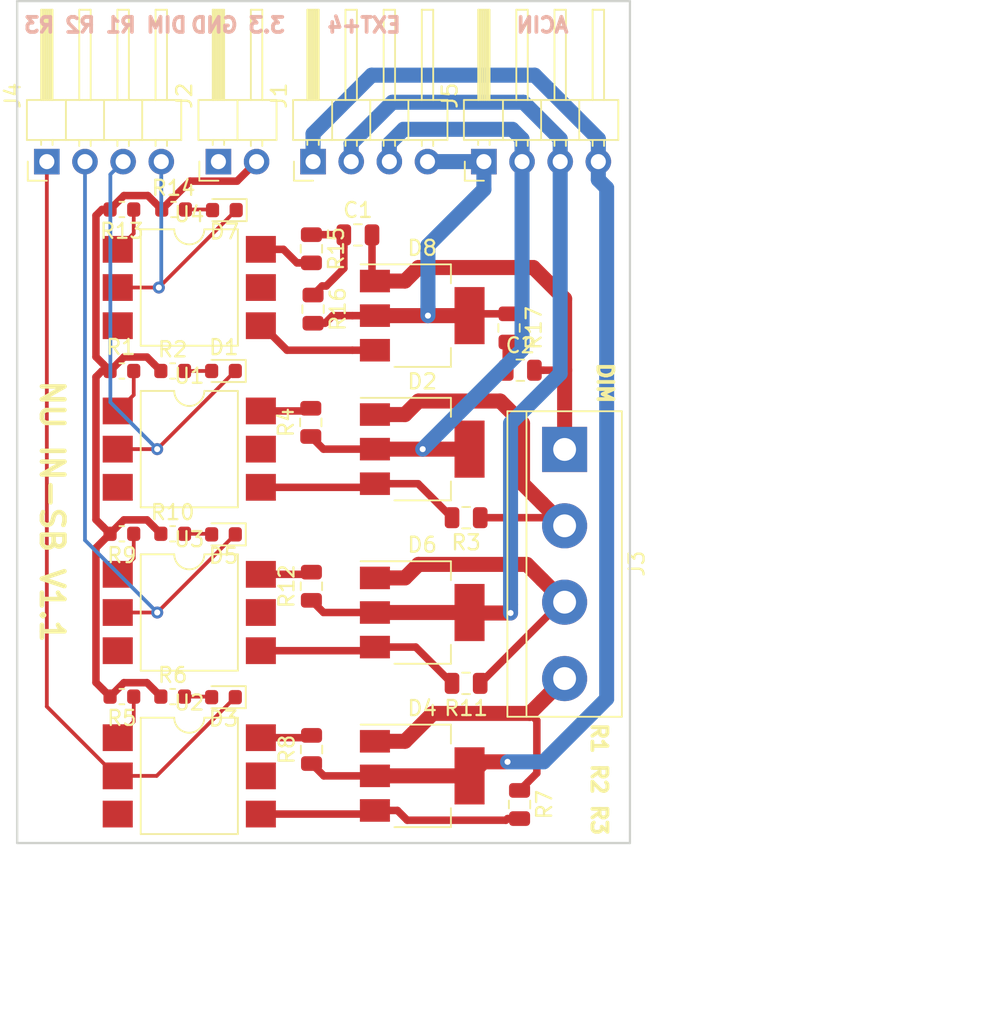
<source format=kicad_pcb>
(kicad_pcb (version 20171130) (host pcbnew 5.0.2-bee76a0~70~ubuntu18.04.1)

  (general
    (thickness 1.6)
    (drawings 12)
    (tracks 208)
    (zones 0)
    (modules 36)
    (nets 32)
  )

  (page A4)
  (layers
    (0 F.Cu signal)
    (31 B.Cu signal)
    (32 B.Adhes user)
    (33 F.Adhes user)
    (34 B.Paste user)
    (35 F.Paste user)
    (36 B.SilkS user)
    (37 F.SilkS user)
    (38 B.Mask user)
    (39 F.Mask user)
    (40 Dwgs.User user)
    (41 Cmts.User user)
    (42 Eco1.User user)
    (43 Eco2.User user)
    (44 Edge.Cuts user)
    (45 Margin user)
    (46 B.CrtYd user)
    (47 F.CrtYd user)
    (48 B.Fab user)
    (49 F.Fab user hide)
  )

  (setup
    (last_trace_width 0.25)
    (trace_clearance 0.2)
    (zone_clearance 0.508)
    (zone_45_only no)
    (trace_min 0.2)
    (segment_width 0.2)
    (edge_width 0.15)
    (via_size 0.8)
    (via_drill 0.4)
    (via_min_size 0.4)
    (via_min_drill 0.3)
    (uvia_size 0.3)
    (uvia_drill 0.1)
    (uvias_allowed no)
    (uvia_min_size 0.2)
    (uvia_min_drill 0.1)
    (pcb_text_width 0.3)
    (pcb_text_size 1.5 1.5)
    (mod_edge_width 0.15)
    (mod_text_size 1 1)
    (mod_text_width 0.15)
    (pad_size 1.524 1.524)
    (pad_drill 0.762)
    (pad_to_mask_clearance 0.051)
    (solder_mask_min_width 0.25)
    (aux_axis_origin 0 0)
    (visible_elements FFFBFF7F)
    (pcbplotparams
      (layerselection 0x010fc_ffffffff)
      (usegerberextensions true)
      (usegerberattributes false)
      (usegerberadvancedattributes false)
      (creategerberjobfile false)
      (excludeedgelayer true)
      (linewidth 0.100000)
      (plotframeref false)
      (viasonmask false)
      (mode 1)
      (useauxorigin false)
      (hpglpennumber 1)
      (hpglpenspeed 20)
      (hpglpendiameter 15.000000)
      (psnegative false)
      (psa4output false)
      (plotreference false)
      (plotvalue true)
      (plotinvisibletext false)
      (padsonsilk false)
      (subtractmaskfromsilk false)
      (outputformat 1)
      (mirror false)
      (drillshape 0)
      (scaleselection 1)
      (outputdirectory "Gerber_v1.1/"))
  )

  (net 0 "")
  (net 1 /ACO4)
  (net 2 "Net-(D1-Pad2)")
  (net 3 /Relay_1/DIN)
  (net 4 /ACO1)
  (net 5 /Relay_3/DIN)
  (net 6 "Net-(D3-Pad2)")
  (net 7 /ACO3)
  (net 8 /Relay_2/DIN)
  (net 9 "Net-(D5-Pad2)")
  (net 10 /ACO2)
  (net 11 "Net-(D7-Pad2)")
  (net 12 /dimmer_1/DIN)
  (net 13 /Relay_1/3.3V)
  (net 14 "Net-(R1-Pad1)")
  (net 15 "Net-(R5-Pad1)")
  (net 16 "Net-(R9-Pad1)")
  (net 17 "Net-(R13-Pad1)")
  (net 18 /ACIN1)
  (net 19 /ACIN3)
  (net 20 /ACIN2)
  (net 21 /ACIN4)
  (net 22 /Relay_1/AL2)
  (net 23 /Relay_3/AL2)
  (net 24 /Relay_2/AL2)
  (net 25 /Relay_1/AL1)
  (net 26 /Relay_3/AL1)
  (net 27 /Relay_2/AL1)
  (net 28 /dimmer_1/AL1)
  (net 29 /dimmer_1/AL3)
  (net 30 /dimmer_1/AL2)
  (net 31 "Net-(C2-Pad1)")

  (net_class Default "This is the default net class."
    (clearance 0.2)
    (trace_width 0.25)
    (via_dia 0.8)
    (via_drill 0.4)
    (uvia_dia 0.3)
    (uvia_drill 0.1)
    (add_net /Relay_1/DIN)
    (add_net /Relay_2/DIN)
    (add_net /Relay_3/DIN)
    (add_net /dimmer_1/DIN)
    (add_net "Net-(D1-Pad2)")
    (add_net "Net-(D3-Pad2)")
    (add_net "Net-(D5-Pad2)")
    (add_net "Net-(D7-Pad2)")
    (add_net "Net-(R1-Pad1)")
    (add_net "Net-(R13-Pad1)")
    (add_net "Net-(R5-Pad1)")
    (add_net "Net-(R9-Pad1)")
  )

  (net_class 3V3 ""
    (clearance 0.2)
    (trace_width 0.5)
    (via_dia 0.8)
    (via_drill 0.4)
    (uvia_dia 0.3)
    (uvia_drill 0.1)
    (add_net /Relay_1/3.3V)
  )

  (net_class AC2A ""
    (clearance 0.8)
    (trace_width 1)
    (via_dia 0.8)
    (via_drill 0.4)
    (uvia_dia 0.3)
    (uvia_drill 0.1)
    (add_net /ACIN1)
    (add_net /ACIN2)
    (add_net /ACIN3)
    (add_net /ACIN4)
    (add_net /ACO1)
    (add_net /ACO2)
    (add_net /ACO3)
    (add_net /ACO4)
  )

  (net_class ACLC ""
    (clearance 0.8)
    (trace_width 0.5)
    (via_dia 0.8)
    (via_drill 0.4)
    (uvia_dia 0.3)
    (uvia_drill 0.1)
    (add_net /Relay_1/AL1)
    (add_net /Relay_1/AL2)
    (add_net /Relay_2/AL1)
    (add_net /Relay_2/AL2)
    (add_net /Relay_3/AL1)
    (add_net /Relay_3/AL2)
    (add_net /dimmer_1/AL1)
    (add_net /dimmer_1/AL2)
    (add_net /dimmer_1/AL3)
    (add_net "Net-(C2-Pad1)")
  )

  (module LED_SMD:LED_0603_1608Metric (layer F.Cu) (tedit 5B301BBE) (tstamp 5F2AAF00)
    (at 103.985 80.6 180)
    (descr "LED SMD 0603 (1608 Metric), square (rectangular) end terminal, IPC_7351 nominal, (Body size source: http://www.tortai-tech.com/upload/download/2011102023233369053.pdf), generated with kicad-footprint-generator")
    (tags diode)
    (path /5F11D141/5F1241A9)
    (attr smd)
    (fp_text reference D1 (at -0.025 1.575 180) (layer F.SilkS)
      (effects (font (size 1 1) (thickness 0.15)))
    )
    (fp_text value YELLOW (at 0 1.43 180) (layer F.Fab)
      (effects (font (size 1 1) (thickness 0.15)))
    )
    (fp_text user %R (at 0 0 180) (layer F.Fab)
      (effects (font (size 0.4 0.4) (thickness 0.06)))
    )
    (fp_line (start 1.48 0.73) (end -1.48 0.73) (layer F.CrtYd) (width 0.05))
    (fp_line (start 1.48 -0.73) (end 1.48 0.73) (layer F.CrtYd) (width 0.05))
    (fp_line (start -1.48 -0.73) (end 1.48 -0.73) (layer F.CrtYd) (width 0.05))
    (fp_line (start -1.48 0.73) (end -1.48 -0.73) (layer F.CrtYd) (width 0.05))
    (fp_line (start -1.485 0.735) (end 0.8 0.735) (layer F.SilkS) (width 0.12))
    (fp_line (start -1.485 -0.735) (end -1.485 0.735) (layer F.SilkS) (width 0.12))
    (fp_line (start 0.8 -0.735) (end -1.485 -0.735) (layer F.SilkS) (width 0.12))
    (fp_line (start 0.8 0.4) (end 0.8 -0.4) (layer F.Fab) (width 0.1))
    (fp_line (start -0.8 0.4) (end 0.8 0.4) (layer F.Fab) (width 0.1))
    (fp_line (start -0.8 -0.1) (end -0.8 0.4) (layer F.Fab) (width 0.1))
    (fp_line (start -0.5 -0.4) (end -0.8 -0.1) (layer F.Fab) (width 0.1))
    (fp_line (start 0.8 -0.4) (end -0.5 -0.4) (layer F.Fab) (width 0.1))
    (pad 2 smd roundrect (at 0.7875 0 180) (size 0.875 0.95) (layers F.Cu F.Paste F.Mask) (roundrect_rratio 0.25)
      (net 2 "Net-(D1-Pad2)"))
    (pad 1 smd roundrect (at -0.7875 0 180) (size 0.875 0.95) (layers F.Cu F.Paste F.Mask) (roundrect_rratio 0.25)
      (net 3 /Relay_1/DIN))
    (model ${KISYS3DMOD}/LED_SMD.3dshapes/LED_0603_1608Metric.wrl
      (at (xyz 0 0 0))
      (scale (xyz 1 1 1))
      (rotate (xyz 0 0 0))
    )
  )

  (module Package_TO_SOT_SMD:SOT-223 (layer F.Cu) (tedit 5A02FF57) (tstamp 5F2AC1DC)
    (at 117.22 85.8)
    (descr "module CMS SOT223 4 pins")
    (tags "CMS SOT")
    (path /5F11D141/5F1241BF)
    (attr smd)
    (fp_text reference D2 (at 0 -4.5) (layer F.SilkS)
      (effects (font (size 1 1) (thickness 0.15)))
    )
    (fp_text value Z0103MN (at 0 4.5) (layer F.Fab)
      (effects (font (size 1 1) (thickness 0.15)))
    )
    (fp_text user %R (at 0 0 90) (layer F.Fab)
      (effects (font (size 0.8 0.8) (thickness 0.12)))
    )
    (fp_line (start -1.85 -2.3) (end -0.8 -3.35) (layer F.Fab) (width 0.1))
    (fp_line (start 1.91 3.41) (end 1.91 2.15) (layer F.SilkS) (width 0.12))
    (fp_line (start 1.91 -3.41) (end 1.91 -2.15) (layer F.SilkS) (width 0.12))
    (fp_line (start 4.4 -3.6) (end -4.4 -3.6) (layer F.CrtYd) (width 0.05))
    (fp_line (start 4.4 3.6) (end 4.4 -3.6) (layer F.CrtYd) (width 0.05))
    (fp_line (start -4.4 3.6) (end 4.4 3.6) (layer F.CrtYd) (width 0.05))
    (fp_line (start -4.4 -3.6) (end -4.4 3.6) (layer F.CrtYd) (width 0.05))
    (fp_line (start -1.85 -2.3) (end -1.85 3.35) (layer F.Fab) (width 0.1))
    (fp_line (start -1.85 3.41) (end 1.91 3.41) (layer F.SilkS) (width 0.12))
    (fp_line (start -0.8 -3.35) (end 1.85 -3.35) (layer F.Fab) (width 0.1))
    (fp_line (start -4.1 -3.41) (end 1.91 -3.41) (layer F.SilkS) (width 0.12))
    (fp_line (start -1.85 3.35) (end 1.85 3.35) (layer F.Fab) (width 0.1))
    (fp_line (start 1.85 -3.35) (end 1.85 3.35) (layer F.Fab) (width 0.1))
    (pad 4 smd rect (at 3.15 0) (size 2 3.8) (layers F.Cu F.Paste F.Mask)
      (net 20 /ACIN2))
    (pad 2 smd rect (at -3.15 0) (size 2 1.5) (layers F.Cu F.Paste F.Mask)
      (net 20 /ACIN2))
    (pad 3 smd rect (at -3.15 2.3) (size 2 1.5) (layers F.Cu F.Paste F.Mask)
      (net 22 /Relay_1/AL2))
    (pad 1 smd rect (at -3.15 -2.3) (size 2 1.5) (layers F.Cu F.Paste F.Mask)
      (net 10 /ACO2))
    (model ${KISYS3DMOD}/Package_TO_SOT_SMD.3dshapes/SOT-223.wrl
      (at (xyz 0 0 0))
      (scale (xyz 1 1 1))
      (rotate (xyz 0 0 0))
    )
  )

  (module LED_SMD:LED_0603_1608Metric (layer F.Cu) (tedit 5B301BBE) (tstamp 5F2AAE97)
    (at 103.985 102.3 180)
    (descr "LED SMD 0603 (1608 Metric), square (rectangular) end terminal, IPC_7351 nominal, (Body size source: http://www.tortai-tech.com/upload/download/2011102023233369053.pdf), generated with kicad-footprint-generator")
    (tags diode)
    (path /5F11F3F8/5F1241A9)
    (attr smd)
    (fp_text reference D3 (at 0 -1.43 180) (layer F.SilkS)
      (effects (font (size 1 1) (thickness 0.15)))
    )
    (fp_text value YELLOW (at 0 1.43 180) (layer F.Fab)
      (effects (font (size 1 1) (thickness 0.15)))
    )
    (fp_line (start 0.8 -0.4) (end -0.5 -0.4) (layer F.Fab) (width 0.1))
    (fp_line (start -0.5 -0.4) (end -0.8 -0.1) (layer F.Fab) (width 0.1))
    (fp_line (start -0.8 -0.1) (end -0.8 0.4) (layer F.Fab) (width 0.1))
    (fp_line (start -0.8 0.4) (end 0.8 0.4) (layer F.Fab) (width 0.1))
    (fp_line (start 0.8 0.4) (end 0.8 -0.4) (layer F.Fab) (width 0.1))
    (fp_line (start 0.8 -0.735) (end -1.485 -0.735) (layer F.SilkS) (width 0.12))
    (fp_line (start -1.485 -0.735) (end -1.485 0.735) (layer F.SilkS) (width 0.12))
    (fp_line (start -1.485 0.735) (end 0.8 0.735) (layer F.SilkS) (width 0.12))
    (fp_line (start -1.48 0.73) (end -1.48 -0.73) (layer F.CrtYd) (width 0.05))
    (fp_line (start -1.48 -0.73) (end 1.48 -0.73) (layer F.CrtYd) (width 0.05))
    (fp_line (start 1.48 -0.73) (end 1.48 0.73) (layer F.CrtYd) (width 0.05))
    (fp_line (start 1.48 0.73) (end -1.48 0.73) (layer F.CrtYd) (width 0.05))
    (fp_text user %R (at 0 0 180) (layer F.Fab)
      (effects (font (size 0.4 0.4) (thickness 0.06)))
    )
    (pad 1 smd roundrect (at -0.7875 0 180) (size 0.875 0.95) (layers F.Cu F.Paste F.Mask) (roundrect_rratio 0.25)
      (net 5 /Relay_3/DIN))
    (pad 2 smd roundrect (at 0.7875 0 180) (size 0.875 0.95) (layers F.Cu F.Paste F.Mask) (roundrect_rratio 0.25)
      (net 6 "Net-(D3-Pad2)"))
    (model ${KISYS3DMOD}/LED_SMD.3dshapes/LED_0603_1608Metric.wrl
      (at (xyz 0 0 0))
      (scale (xyz 1 1 1))
      (rotate (xyz 0 0 0))
    )
  )

  (module Package_TO_SOT_SMD:SOT-223 (layer F.Cu) (tedit 5A02FF57) (tstamp 5F2A0F50)
    (at 117.22 107.533332)
    (descr "module CMS SOT223 4 pins")
    (tags "CMS SOT")
    (path /5F11F3F8/5F1241BF)
    (attr smd)
    (fp_text reference D4 (at 0 -4.5) (layer F.SilkS)
      (effects (font (size 1 1) (thickness 0.15)))
    )
    (fp_text value Z0103MN (at 0 4.5) (layer F.Fab)
      (effects (font (size 1 1) (thickness 0.15)))
    )
    (fp_text user %R (at 0 0 90) (layer F.Fab)
      (effects (font (size 0.8 0.8) (thickness 0.12)))
    )
    (fp_line (start -1.85 -2.3) (end -0.8 -3.35) (layer F.Fab) (width 0.1))
    (fp_line (start 1.91 3.41) (end 1.91 2.15) (layer F.SilkS) (width 0.12))
    (fp_line (start 1.91 -3.41) (end 1.91 -2.15) (layer F.SilkS) (width 0.12))
    (fp_line (start 4.4 -3.6) (end -4.4 -3.6) (layer F.CrtYd) (width 0.05))
    (fp_line (start 4.4 3.6) (end 4.4 -3.6) (layer F.CrtYd) (width 0.05))
    (fp_line (start -4.4 3.6) (end 4.4 3.6) (layer F.CrtYd) (width 0.05))
    (fp_line (start -4.4 -3.6) (end -4.4 3.6) (layer F.CrtYd) (width 0.05))
    (fp_line (start -1.85 -2.3) (end -1.85 3.35) (layer F.Fab) (width 0.1))
    (fp_line (start -1.85 3.41) (end 1.91 3.41) (layer F.SilkS) (width 0.12))
    (fp_line (start -0.8 -3.35) (end 1.85 -3.35) (layer F.Fab) (width 0.1))
    (fp_line (start -4.1 -3.41) (end 1.91 -3.41) (layer F.SilkS) (width 0.12))
    (fp_line (start -1.85 3.35) (end 1.85 3.35) (layer F.Fab) (width 0.1))
    (fp_line (start 1.85 -3.35) (end 1.85 3.35) (layer F.Fab) (width 0.1))
    (pad 4 smd rect (at 3.15 0) (size 2 3.8) (layers F.Cu F.Paste F.Mask)
      (net 21 /ACIN4))
    (pad 2 smd rect (at -3.15 0) (size 2 1.5) (layers F.Cu F.Paste F.Mask)
      (net 21 /ACIN4))
    (pad 3 smd rect (at -3.15 2.3) (size 2 1.5) (layers F.Cu F.Paste F.Mask)
      (net 23 /Relay_3/AL2))
    (pad 1 smd rect (at -3.15 -2.3) (size 2 1.5) (layers F.Cu F.Paste F.Mask)
      (net 1 /ACO4))
    (model ${KISYS3DMOD}/Package_TO_SOT_SMD.3dshapes/SOT-223.wrl
      (at (xyz 0 0 0))
      (scale (xyz 1 1 1))
      (rotate (xyz 0 0 0))
    )
  )

  (module LED_SMD:LED_0603_1608Metric (layer F.Cu) (tedit 5B301BBE) (tstamp 5F2AAD6B)
    (at 103.985 91.47 180)
    (descr "LED SMD 0603 (1608 Metric), square (rectangular) end terminal, IPC_7351 nominal, (Body size source: http://www.tortai-tech.com/upload/download/2011102023233369053.pdf), generated with kicad-footprint-generator")
    (tags diode)
    (path /5F11F400/5F1241A9)
    (attr smd)
    (fp_text reference D5 (at 0 -1.43 180) (layer F.SilkS)
      (effects (font (size 1 1) (thickness 0.15)))
    )
    (fp_text value YELLOW (at 0 1.43 180) (layer F.Fab)
      (effects (font (size 1 1) (thickness 0.15)))
    )
    (fp_line (start 0.8 -0.4) (end -0.5 -0.4) (layer F.Fab) (width 0.1))
    (fp_line (start -0.5 -0.4) (end -0.8 -0.1) (layer F.Fab) (width 0.1))
    (fp_line (start -0.8 -0.1) (end -0.8 0.4) (layer F.Fab) (width 0.1))
    (fp_line (start -0.8 0.4) (end 0.8 0.4) (layer F.Fab) (width 0.1))
    (fp_line (start 0.8 0.4) (end 0.8 -0.4) (layer F.Fab) (width 0.1))
    (fp_line (start 0.8 -0.735) (end -1.485 -0.735) (layer F.SilkS) (width 0.12))
    (fp_line (start -1.485 -0.735) (end -1.485 0.735) (layer F.SilkS) (width 0.12))
    (fp_line (start -1.485 0.735) (end 0.8 0.735) (layer F.SilkS) (width 0.12))
    (fp_line (start -1.48 0.73) (end -1.48 -0.73) (layer F.CrtYd) (width 0.05))
    (fp_line (start -1.48 -0.73) (end 1.48 -0.73) (layer F.CrtYd) (width 0.05))
    (fp_line (start 1.48 -0.73) (end 1.48 0.73) (layer F.CrtYd) (width 0.05))
    (fp_line (start 1.48 0.73) (end -1.48 0.73) (layer F.CrtYd) (width 0.05))
    (fp_text user %R (at 0 0 180) (layer F.Fab)
      (effects (font (size 0.4 0.4) (thickness 0.06)))
    )
    (pad 1 smd roundrect (at -0.7875 0 180) (size 0.875 0.95) (layers F.Cu F.Paste F.Mask) (roundrect_rratio 0.25)
      (net 8 /Relay_2/DIN))
    (pad 2 smd roundrect (at 0.7875 0 180) (size 0.875 0.95) (layers F.Cu F.Paste F.Mask) (roundrect_rratio 0.25)
      (net 9 "Net-(D5-Pad2)"))
    (model ${KISYS3DMOD}/LED_SMD.3dshapes/LED_0603_1608Metric.wrl
      (at (xyz 0 0 0))
      (scale (xyz 1 1 1))
      (rotate (xyz 0 0 0))
    )
  )

  (module Package_TO_SOT_SMD:SOT-223 (layer F.Cu) (tedit 5A02FF57) (tstamp 5F2A0F79)
    (at 117.22 96.666666)
    (descr "module CMS SOT223 4 pins")
    (tags "CMS SOT")
    (path /5F11F400/5F1241BF)
    (attr smd)
    (fp_text reference D6 (at 0 -4.5) (layer F.SilkS)
      (effects (font (size 1 1) (thickness 0.15)))
    )
    (fp_text value Z0103MN (at 0 4.5) (layer F.Fab)
      (effects (font (size 1 1) (thickness 0.15)))
    )
    (fp_line (start 1.85 -3.35) (end 1.85 3.35) (layer F.Fab) (width 0.1))
    (fp_line (start -1.85 3.35) (end 1.85 3.35) (layer F.Fab) (width 0.1))
    (fp_line (start -4.1 -3.41) (end 1.91 -3.41) (layer F.SilkS) (width 0.12))
    (fp_line (start -0.8 -3.35) (end 1.85 -3.35) (layer F.Fab) (width 0.1))
    (fp_line (start -1.85 3.41) (end 1.91 3.41) (layer F.SilkS) (width 0.12))
    (fp_line (start -1.85 -2.3) (end -1.85 3.35) (layer F.Fab) (width 0.1))
    (fp_line (start -4.4 -3.6) (end -4.4 3.6) (layer F.CrtYd) (width 0.05))
    (fp_line (start -4.4 3.6) (end 4.4 3.6) (layer F.CrtYd) (width 0.05))
    (fp_line (start 4.4 3.6) (end 4.4 -3.6) (layer F.CrtYd) (width 0.05))
    (fp_line (start 4.4 -3.6) (end -4.4 -3.6) (layer F.CrtYd) (width 0.05))
    (fp_line (start 1.91 -3.41) (end 1.91 -2.15) (layer F.SilkS) (width 0.12))
    (fp_line (start 1.91 3.41) (end 1.91 2.15) (layer F.SilkS) (width 0.12))
    (fp_line (start -1.85 -2.3) (end -0.8 -3.35) (layer F.Fab) (width 0.1))
    (fp_text user %R (at 0 0 90) (layer F.Fab)
      (effects (font (size 0.8 0.8) (thickness 0.12)))
    )
    (pad 1 smd rect (at -3.15 -2.3) (size 2 1.5) (layers F.Cu F.Paste F.Mask)
      (net 7 /ACO3))
    (pad 3 smd rect (at -3.15 2.3) (size 2 1.5) (layers F.Cu F.Paste F.Mask)
      (net 24 /Relay_2/AL2))
    (pad 2 smd rect (at -3.15 0) (size 2 1.5) (layers F.Cu F.Paste F.Mask)
      (net 19 /ACIN3))
    (pad 4 smd rect (at 3.15 0) (size 2 3.8) (layers F.Cu F.Paste F.Mask)
      (net 19 /ACIN3))
    (model ${KISYS3DMOD}/Package_TO_SOT_SMD.3dshapes/SOT-223.wrl
      (at (xyz 0 0 0))
      (scale (xyz 1 1 1))
      (rotate (xyz 0 0 0))
    )
  )

  (module LED_SMD:LED_0603_1608Metric (layer F.Cu) (tedit 5B301BBE) (tstamp 5F2AAF3F)
    (at 104.045 69.9 180)
    (descr "LED SMD 0603 (1608 Metric), square (rectangular) end terminal, IPC_7351 nominal, (Body size source: http://www.tortai-tech.com/upload/download/2011102023233369053.pdf), generated with kicad-footprint-generator")
    (tags diode)
    (path /5F11F478/5F11F4B2)
    (attr smd)
    (fp_text reference D7 (at 0 -1.43 180) (layer F.SilkS)
      (effects (font (size 1 1) (thickness 0.15)))
    )
    (fp_text value YELLOW (at 0 1.43 180) (layer F.Fab)
      (effects (font (size 1 1) (thickness 0.15)))
    )
    (fp_text user %R (at 0 0 180) (layer F.Fab)
      (effects (font (size 0.4 0.4) (thickness 0.06)))
    )
    (fp_line (start 1.48 0.73) (end -1.48 0.73) (layer F.CrtYd) (width 0.05))
    (fp_line (start 1.48 -0.73) (end 1.48 0.73) (layer F.CrtYd) (width 0.05))
    (fp_line (start -1.48 -0.73) (end 1.48 -0.73) (layer F.CrtYd) (width 0.05))
    (fp_line (start -1.48 0.73) (end -1.48 -0.73) (layer F.CrtYd) (width 0.05))
    (fp_line (start -1.485 0.735) (end 0.8 0.735) (layer F.SilkS) (width 0.12))
    (fp_line (start -1.485 -0.735) (end -1.485 0.735) (layer F.SilkS) (width 0.12))
    (fp_line (start 0.8 -0.735) (end -1.485 -0.735) (layer F.SilkS) (width 0.12))
    (fp_line (start 0.8 0.4) (end 0.8 -0.4) (layer F.Fab) (width 0.1))
    (fp_line (start -0.8 0.4) (end 0.8 0.4) (layer F.Fab) (width 0.1))
    (fp_line (start -0.8 -0.1) (end -0.8 0.4) (layer F.Fab) (width 0.1))
    (fp_line (start -0.5 -0.4) (end -0.8 -0.1) (layer F.Fab) (width 0.1))
    (fp_line (start 0.8 -0.4) (end -0.5 -0.4) (layer F.Fab) (width 0.1))
    (pad 2 smd roundrect (at 0.7875 0 180) (size 0.875 0.95) (layers F.Cu F.Paste F.Mask) (roundrect_rratio 0.25)
      (net 11 "Net-(D7-Pad2)"))
    (pad 1 smd roundrect (at -0.7875 0 180) (size 0.875 0.95) (layers F.Cu F.Paste F.Mask) (roundrect_rratio 0.25)
      (net 12 /dimmer_1/DIN))
    (model ${KISYS3DMOD}/LED_SMD.3dshapes/LED_0603_1608Metric.wrl
      (at (xyz 0 0 0))
      (scale (xyz 1 1 1))
      (rotate (xyz 0 0 0))
    )
  )

  (module Package_TO_SOT_SMD:SOT-223 (layer F.Cu) (tedit 5A02FF57) (tstamp 5F2A0FA2)
    (at 117.22 76.92)
    (descr "module CMS SOT223 4 pins")
    (tags "CMS SOT")
    (path /5F11F478/5F11F4B4)
    (attr smd)
    (fp_text reference D8 (at 0 -4.5) (layer F.SilkS)
      (effects (font (size 1 1) (thickness 0.15)))
    )
    (fp_text value Z0103MN (at 0 4.5) (layer F.Fab)
      (effects (font (size 1 1) (thickness 0.15)))
    )
    (fp_line (start 1.85 -3.35) (end 1.85 3.35) (layer F.Fab) (width 0.1))
    (fp_line (start -1.85 3.35) (end 1.85 3.35) (layer F.Fab) (width 0.1))
    (fp_line (start -4.1 -3.41) (end 1.91 -3.41) (layer F.SilkS) (width 0.12))
    (fp_line (start -0.8 -3.35) (end 1.85 -3.35) (layer F.Fab) (width 0.1))
    (fp_line (start -1.85 3.41) (end 1.91 3.41) (layer F.SilkS) (width 0.12))
    (fp_line (start -1.85 -2.3) (end -1.85 3.35) (layer F.Fab) (width 0.1))
    (fp_line (start -4.4 -3.6) (end -4.4 3.6) (layer F.CrtYd) (width 0.05))
    (fp_line (start -4.4 3.6) (end 4.4 3.6) (layer F.CrtYd) (width 0.05))
    (fp_line (start 4.4 3.6) (end 4.4 -3.6) (layer F.CrtYd) (width 0.05))
    (fp_line (start 4.4 -3.6) (end -4.4 -3.6) (layer F.CrtYd) (width 0.05))
    (fp_line (start 1.91 -3.41) (end 1.91 -2.15) (layer F.SilkS) (width 0.12))
    (fp_line (start 1.91 3.41) (end 1.91 2.15) (layer F.SilkS) (width 0.12))
    (fp_line (start -1.85 -2.3) (end -0.8 -3.35) (layer F.Fab) (width 0.1))
    (fp_text user %R (at 0 0 90) (layer F.Fab)
      (effects (font (size 0.8 0.8) (thickness 0.12)))
    )
    (pad 1 smd rect (at -3.15 -2.3) (size 2 1.5) (layers F.Cu F.Paste F.Mask)
      (net 4 /ACO1))
    (pad 3 smd rect (at -3.15 2.3) (size 2 1.5) (layers F.Cu F.Paste F.Mask)
      (net 29 /dimmer_1/AL3))
    (pad 2 smd rect (at -3.15 0) (size 2 1.5) (layers F.Cu F.Paste F.Mask)
      (net 18 /ACIN1))
    (pad 4 smd rect (at 3.15 0) (size 2 3.8) (layers F.Cu F.Paste F.Mask)
      (net 18 /ACIN1))
    (model ${KISYS3DMOD}/Package_TO_SOT_SMD.3dshapes/SOT-223.wrl
      (at (xyz 0 0 0))
      (scale (xyz 1 1 1))
      (rotate (xyz 0 0 0))
    )
  )

  (module Connector_PinHeader_2.54mm:PinHeader_1x04_P2.54mm_Horizontal (layer F.Cu) (tedit 59FED5CB) (tstamp 5F2AD213)
    (at 109.95 66.675 90)
    (descr "Through hole angled pin header, 1x04, 2.54mm pitch, 6mm pin length, single row")
    (tags "Through hole angled pin header THT 1x04 2.54mm single row")
    (path /5F132682)
    (fp_text reference J1 (at 4.385 -2.27 90) (layer F.SilkS)
      (effects (font (size 1 1) (thickness 0.15)))
    )
    (fp_text value Conn_01x04 (at 4.385 9.89 90) (layer F.Fab)
      (effects (font (size 1 1) (thickness 0.15)))
    )
    (fp_line (start 2.135 -1.27) (end 4.04 -1.27) (layer F.Fab) (width 0.1))
    (fp_line (start 4.04 -1.27) (end 4.04 8.89) (layer F.Fab) (width 0.1))
    (fp_line (start 4.04 8.89) (end 1.5 8.89) (layer F.Fab) (width 0.1))
    (fp_line (start 1.5 8.89) (end 1.5 -0.635) (layer F.Fab) (width 0.1))
    (fp_line (start 1.5 -0.635) (end 2.135 -1.27) (layer F.Fab) (width 0.1))
    (fp_line (start -0.32 -0.32) (end 1.5 -0.32) (layer F.Fab) (width 0.1))
    (fp_line (start -0.32 -0.32) (end -0.32 0.32) (layer F.Fab) (width 0.1))
    (fp_line (start -0.32 0.32) (end 1.5 0.32) (layer F.Fab) (width 0.1))
    (fp_line (start 4.04 -0.32) (end 10.04 -0.32) (layer F.Fab) (width 0.1))
    (fp_line (start 10.04 -0.32) (end 10.04 0.32) (layer F.Fab) (width 0.1))
    (fp_line (start 4.04 0.32) (end 10.04 0.32) (layer F.Fab) (width 0.1))
    (fp_line (start -0.32 2.22) (end 1.5 2.22) (layer F.Fab) (width 0.1))
    (fp_line (start -0.32 2.22) (end -0.32 2.86) (layer F.Fab) (width 0.1))
    (fp_line (start -0.32 2.86) (end 1.5 2.86) (layer F.Fab) (width 0.1))
    (fp_line (start 4.04 2.22) (end 10.04 2.22) (layer F.Fab) (width 0.1))
    (fp_line (start 10.04 2.22) (end 10.04 2.86) (layer F.Fab) (width 0.1))
    (fp_line (start 4.04 2.86) (end 10.04 2.86) (layer F.Fab) (width 0.1))
    (fp_line (start -0.32 4.76) (end 1.5 4.76) (layer F.Fab) (width 0.1))
    (fp_line (start -0.32 4.76) (end -0.32 5.4) (layer F.Fab) (width 0.1))
    (fp_line (start -0.32 5.4) (end 1.5 5.4) (layer F.Fab) (width 0.1))
    (fp_line (start 4.04 4.76) (end 10.04 4.76) (layer F.Fab) (width 0.1))
    (fp_line (start 10.04 4.76) (end 10.04 5.4) (layer F.Fab) (width 0.1))
    (fp_line (start 4.04 5.4) (end 10.04 5.4) (layer F.Fab) (width 0.1))
    (fp_line (start -0.32 7.3) (end 1.5 7.3) (layer F.Fab) (width 0.1))
    (fp_line (start -0.32 7.3) (end -0.32 7.94) (layer F.Fab) (width 0.1))
    (fp_line (start -0.32 7.94) (end 1.5 7.94) (layer F.Fab) (width 0.1))
    (fp_line (start 4.04 7.3) (end 10.04 7.3) (layer F.Fab) (width 0.1))
    (fp_line (start 10.04 7.3) (end 10.04 7.94) (layer F.Fab) (width 0.1))
    (fp_line (start 4.04 7.94) (end 10.04 7.94) (layer F.Fab) (width 0.1))
    (fp_line (start 1.44 -1.33) (end 1.44 8.95) (layer F.SilkS) (width 0.12))
    (fp_line (start 1.44 8.95) (end 4.1 8.95) (layer F.SilkS) (width 0.12))
    (fp_line (start 4.1 8.95) (end 4.1 -1.33) (layer F.SilkS) (width 0.12))
    (fp_line (start 4.1 -1.33) (end 1.44 -1.33) (layer F.SilkS) (width 0.12))
    (fp_line (start 4.1 -0.38) (end 10.1 -0.38) (layer F.SilkS) (width 0.12))
    (fp_line (start 10.1 -0.38) (end 10.1 0.38) (layer F.SilkS) (width 0.12))
    (fp_line (start 10.1 0.38) (end 4.1 0.38) (layer F.SilkS) (width 0.12))
    (fp_line (start 4.1 -0.32) (end 10.1 -0.32) (layer F.SilkS) (width 0.12))
    (fp_line (start 4.1 -0.2) (end 10.1 -0.2) (layer F.SilkS) (width 0.12))
    (fp_line (start 4.1 -0.08) (end 10.1 -0.08) (layer F.SilkS) (width 0.12))
    (fp_line (start 4.1 0.04) (end 10.1 0.04) (layer F.SilkS) (width 0.12))
    (fp_line (start 4.1 0.16) (end 10.1 0.16) (layer F.SilkS) (width 0.12))
    (fp_line (start 4.1 0.28) (end 10.1 0.28) (layer F.SilkS) (width 0.12))
    (fp_line (start 1.11 -0.38) (end 1.44 -0.38) (layer F.SilkS) (width 0.12))
    (fp_line (start 1.11 0.38) (end 1.44 0.38) (layer F.SilkS) (width 0.12))
    (fp_line (start 1.44 1.27) (end 4.1 1.27) (layer F.SilkS) (width 0.12))
    (fp_line (start 4.1 2.16) (end 10.1 2.16) (layer F.SilkS) (width 0.12))
    (fp_line (start 10.1 2.16) (end 10.1 2.92) (layer F.SilkS) (width 0.12))
    (fp_line (start 10.1 2.92) (end 4.1 2.92) (layer F.SilkS) (width 0.12))
    (fp_line (start 1.042929 2.16) (end 1.44 2.16) (layer F.SilkS) (width 0.12))
    (fp_line (start 1.042929 2.92) (end 1.44 2.92) (layer F.SilkS) (width 0.12))
    (fp_line (start 1.44 3.81) (end 4.1 3.81) (layer F.SilkS) (width 0.12))
    (fp_line (start 4.1 4.7) (end 10.1 4.7) (layer F.SilkS) (width 0.12))
    (fp_line (start 10.1 4.7) (end 10.1 5.46) (layer F.SilkS) (width 0.12))
    (fp_line (start 10.1 5.46) (end 4.1 5.46) (layer F.SilkS) (width 0.12))
    (fp_line (start 1.042929 4.7) (end 1.44 4.7) (layer F.SilkS) (width 0.12))
    (fp_line (start 1.042929 5.46) (end 1.44 5.46) (layer F.SilkS) (width 0.12))
    (fp_line (start 1.44 6.35) (end 4.1 6.35) (layer F.SilkS) (width 0.12))
    (fp_line (start 4.1 7.24) (end 10.1 7.24) (layer F.SilkS) (width 0.12))
    (fp_line (start 10.1 7.24) (end 10.1 8) (layer F.SilkS) (width 0.12))
    (fp_line (start 10.1 8) (end 4.1 8) (layer F.SilkS) (width 0.12))
    (fp_line (start 1.042929 7.24) (end 1.44 7.24) (layer F.SilkS) (width 0.12))
    (fp_line (start 1.042929 8) (end 1.44 8) (layer F.SilkS) (width 0.12))
    (fp_line (start -1.27 0) (end -1.27 -1.27) (layer F.SilkS) (width 0.12))
    (fp_line (start -1.27 -1.27) (end 0 -1.27) (layer F.SilkS) (width 0.12))
    (fp_line (start -1.8 -1.8) (end -1.8 9.4) (layer F.CrtYd) (width 0.05))
    (fp_line (start -1.8 9.4) (end 10.55 9.4) (layer F.CrtYd) (width 0.05))
    (fp_line (start 10.55 9.4) (end 10.55 -1.8) (layer F.CrtYd) (width 0.05))
    (fp_line (start 10.55 -1.8) (end -1.8 -1.8) (layer F.CrtYd) (width 0.05))
    (fp_text user %R (at 2.77 3.81 180) (layer F.Fab)
      (effects (font (size 1 1) (thickness 0.15)))
    )
    (pad 1 thru_hole rect (at 0 0 90) (size 1.7 1.7) (drill 1) (layers *.Cu *.Mask)
      (net 21 /ACIN4))
    (pad 2 thru_hole oval (at 0 2.54 90) (size 1.7 1.7) (drill 1) (layers *.Cu *.Mask)
      (net 19 /ACIN3))
    (pad 3 thru_hole oval (at 0 5.08 90) (size 1.7 1.7) (drill 1) (layers *.Cu *.Mask)
      (net 20 /ACIN2))
    (pad 4 thru_hole oval (at 0 7.62 90) (size 1.7 1.7) (drill 1) (layers *.Cu *.Mask)
      (net 18 /ACIN1))
    (model ${KISYS3DMOD}/Connector_PinHeader_2.54mm.3dshapes/PinHeader_1x04_P2.54mm_Horizontal.wrl
      (at (xyz 0 0 0))
      (scale (xyz 1 1 1))
      (rotate (xyz 0 0 0))
    )
  )

  (module Connector_PinHeader_2.54mm:PinHeader_1x02_P2.54mm_Horizontal (layer F.Cu) (tedit 59FED5CB) (tstamp 5F2A1022)
    (at 103.65 66.675 90)
    (descr "Through hole angled pin header, 1x02, 2.54mm pitch, 6mm pin length, single row")
    (tags "Through hole angled pin header THT 1x02 2.54mm single row")
    (path /5F129589)
    (fp_text reference J2 (at 4.385 -2.27 90) (layer F.SilkS)
      (effects (font (size 1 1) (thickness 0.15)))
    )
    (fp_text value Conn_01x02 (at 4.385 4.81 90) (layer F.Fab)
      (effects (font (size 1 1) (thickness 0.15)))
    )
    (fp_line (start 2.135 -1.27) (end 4.04 -1.27) (layer F.Fab) (width 0.1))
    (fp_line (start 4.04 -1.27) (end 4.04 3.81) (layer F.Fab) (width 0.1))
    (fp_line (start 4.04 3.81) (end 1.5 3.81) (layer F.Fab) (width 0.1))
    (fp_line (start 1.5 3.81) (end 1.5 -0.635) (layer F.Fab) (width 0.1))
    (fp_line (start 1.5 -0.635) (end 2.135 -1.27) (layer F.Fab) (width 0.1))
    (fp_line (start -0.32 -0.32) (end 1.5 -0.32) (layer F.Fab) (width 0.1))
    (fp_line (start -0.32 -0.32) (end -0.32 0.32) (layer F.Fab) (width 0.1))
    (fp_line (start -0.32 0.32) (end 1.5 0.32) (layer F.Fab) (width 0.1))
    (fp_line (start 4.04 -0.32) (end 10.04 -0.32) (layer F.Fab) (width 0.1))
    (fp_line (start 10.04 -0.32) (end 10.04 0.32) (layer F.Fab) (width 0.1))
    (fp_line (start 4.04 0.32) (end 10.04 0.32) (layer F.Fab) (width 0.1))
    (fp_line (start -0.32 2.22) (end 1.5 2.22) (layer F.Fab) (width 0.1))
    (fp_line (start -0.32 2.22) (end -0.32 2.86) (layer F.Fab) (width 0.1))
    (fp_line (start -0.32 2.86) (end 1.5 2.86) (layer F.Fab) (width 0.1))
    (fp_line (start 4.04 2.22) (end 10.04 2.22) (layer F.Fab) (width 0.1))
    (fp_line (start 10.04 2.22) (end 10.04 2.86) (layer F.Fab) (width 0.1))
    (fp_line (start 4.04 2.86) (end 10.04 2.86) (layer F.Fab) (width 0.1))
    (fp_line (start 1.44 -1.33) (end 1.44 3.87) (layer F.SilkS) (width 0.12))
    (fp_line (start 1.44 3.87) (end 4.1 3.87) (layer F.SilkS) (width 0.12))
    (fp_line (start 4.1 3.87) (end 4.1 -1.33) (layer F.SilkS) (width 0.12))
    (fp_line (start 4.1 -1.33) (end 1.44 -1.33) (layer F.SilkS) (width 0.12))
    (fp_line (start 4.1 -0.38) (end 10.1 -0.38) (layer F.SilkS) (width 0.12))
    (fp_line (start 10.1 -0.38) (end 10.1 0.38) (layer F.SilkS) (width 0.12))
    (fp_line (start 10.1 0.38) (end 4.1 0.38) (layer F.SilkS) (width 0.12))
    (fp_line (start 4.1 -0.32) (end 10.1 -0.32) (layer F.SilkS) (width 0.12))
    (fp_line (start 4.1 -0.2) (end 10.1 -0.2) (layer F.SilkS) (width 0.12))
    (fp_line (start 4.1 -0.08) (end 10.1 -0.08) (layer F.SilkS) (width 0.12))
    (fp_line (start 4.1 0.04) (end 10.1 0.04) (layer F.SilkS) (width 0.12))
    (fp_line (start 4.1 0.16) (end 10.1 0.16) (layer F.SilkS) (width 0.12))
    (fp_line (start 4.1 0.28) (end 10.1 0.28) (layer F.SilkS) (width 0.12))
    (fp_line (start 1.11 -0.38) (end 1.44 -0.38) (layer F.SilkS) (width 0.12))
    (fp_line (start 1.11 0.38) (end 1.44 0.38) (layer F.SilkS) (width 0.12))
    (fp_line (start 1.44 1.27) (end 4.1 1.27) (layer F.SilkS) (width 0.12))
    (fp_line (start 4.1 2.16) (end 10.1 2.16) (layer F.SilkS) (width 0.12))
    (fp_line (start 10.1 2.16) (end 10.1 2.92) (layer F.SilkS) (width 0.12))
    (fp_line (start 10.1 2.92) (end 4.1 2.92) (layer F.SilkS) (width 0.12))
    (fp_line (start 1.042929 2.16) (end 1.44 2.16) (layer F.SilkS) (width 0.12))
    (fp_line (start 1.042929 2.92) (end 1.44 2.92) (layer F.SilkS) (width 0.12))
    (fp_line (start -1.27 0) (end -1.27 -1.27) (layer F.SilkS) (width 0.12))
    (fp_line (start -1.27 -1.27) (end 0 -1.27) (layer F.SilkS) (width 0.12))
    (fp_line (start -1.8 -1.8) (end -1.8 4.35) (layer F.CrtYd) (width 0.05))
    (fp_line (start -1.8 4.35) (end 10.55 4.35) (layer F.CrtYd) (width 0.05))
    (fp_line (start 10.55 4.35) (end 10.55 -1.8) (layer F.CrtYd) (width 0.05))
    (fp_line (start 10.55 -1.8) (end -1.8 -1.8) (layer F.CrtYd) (width 0.05))
    (fp_text user %R (at 2.77 1.27 180) (layer F.Fab)
      (effects (font (size 1 1) (thickness 0.15)))
    )
    (pad 1 thru_hole rect (at 0 0 90) (size 1.7 1.7) (drill 1) (layers *.Cu *.Mask))
    (pad 2 thru_hole oval (at 0 2.54 90) (size 1.7 1.7) (drill 1) (layers *.Cu *.Mask)
      (net 13 /Relay_1/3.3V))
    (model ${KISYS3DMOD}/Connector_PinHeader_2.54mm.3dshapes/PinHeader_1x02_P2.54mm_Horizontal.wrl
      (at (xyz 0 0 0))
      (scale (xyz 1 1 1))
      (rotate (xyz 0 0 0))
    )
  )

  (module Connector_PinHeader_2.54mm:PinHeader_1x04_P2.54mm_Horizontal (layer F.Cu) (tedit 59FED5CB) (tstamp 5F2AB490)
    (at 92.225 66.675 90)
    (descr "Through hole angled pin header, 1x04, 2.54mm pitch, 6mm pin length, single row")
    (tags "Through hole angled pin header THT 1x04 2.54mm single row")
    (path /5F129511)
    (fp_text reference J4 (at 4.385 -2.27 90) (layer F.SilkS)
      (effects (font (size 1 1) (thickness 0.15)))
    )
    (fp_text value Conn_01x04 (at 4.385 9.89 90) (layer F.Fab)
      (effects (font (size 1 1) (thickness 0.15)))
    )
    (fp_text user %R (at 2.77 3.81 180) (layer F.Fab)
      (effects (font (size 1 1) (thickness 0.15)))
    )
    (fp_line (start 10.55 -1.8) (end -1.8 -1.8) (layer F.CrtYd) (width 0.05))
    (fp_line (start 10.55 9.4) (end 10.55 -1.8) (layer F.CrtYd) (width 0.05))
    (fp_line (start -1.8 9.4) (end 10.55 9.4) (layer F.CrtYd) (width 0.05))
    (fp_line (start -1.8 -1.8) (end -1.8 9.4) (layer F.CrtYd) (width 0.05))
    (fp_line (start -1.27 -1.27) (end 0 -1.27) (layer F.SilkS) (width 0.12))
    (fp_line (start -1.27 0) (end -1.27 -1.27) (layer F.SilkS) (width 0.12))
    (fp_line (start 1.042929 8) (end 1.44 8) (layer F.SilkS) (width 0.12))
    (fp_line (start 1.042929 7.24) (end 1.44 7.24) (layer F.SilkS) (width 0.12))
    (fp_line (start 10.1 8) (end 4.1 8) (layer F.SilkS) (width 0.12))
    (fp_line (start 10.1 7.24) (end 10.1 8) (layer F.SilkS) (width 0.12))
    (fp_line (start 4.1 7.24) (end 10.1 7.24) (layer F.SilkS) (width 0.12))
    (fp_line (start 1.44 6.35) (end 4.1 6.35) (layer F.SilkS) (width 0.12))
    (fp_line (start 1.042929 5.46) (end 1.44 5.46) (layer F.SilkS) (width 0.12))
    (fp_line (start 1.042929 4.7) (end 1.44 4.7) (layer F.SilkS) (width 0.12))
    (fp_line (start 10.1 5.46) (end 4.1 5.46) (layer F.SilkS) (width 0.12))
    (fp_line (start 10.1 4.7) (end 10.1 5.46) (layer F.SilkS) (width 0.12))
    (fp_line (start 4.1 4.7) (end 10.1 4.7) (layer F.SilkS) (width 0.12))
    (fp_line (start 1.44 3.81) (end 4.1 3.81) (layer F.SilkS) (width 0.12))
    (fp_line (start 1.042929 2.92) (end 1.44 2.92) (layer F.SilkS) (width 0.12))
    (fp_line (start 1.042929 2.16) (end 1.44 2.16) (layer F.SilkS) (width 0.12))
    (fp_line (start 10.1 2.92) (end 4.1 2.92) (layer F.SilkS) (width 0.12))
    (fp_line (start 10.1 2.16) (end 10.1 2.92) (layer F.SilkS) (width 0.12))
    (fp_line (start 4.1 2.16) (end 10.1 2.16) (layer F.SilkS) (width 0.12))
    (fp_line (start 1.44 1.27) (end 4.1 1.27) (layer F.SilkS) (width 0.12))
    (fp_line (start 1.11 0.38) (end 1.44 0.38) (layer F.SilkS) (width 0.12))
    (fp_line (start 1.11 -0.38) (end 1.44 -0.38) (layer F.SilkS) (width 0.12))
    (fp_line (start 4.1 0.28) (end 10.1 0.28) (layer F.SilkS) (width 0.12))
    (fp_line (start 4.1 0.16) (end 10.1 0.16) (layer F.SilkS) (width 0.12))
    (fp_line (start 4.1 0.04) (end 10.1 0.04) (layer F.SilkS) (width 0.12))
    (fp_line (start 4.1 -0.08) (end 10.1 -0.08) (layer F.SilkS) (width 0.12))
    (fp_line (start 4.1 -0.2) (end 10.1 -0.2) (layer F.SilkS) (width 0.12))
    (fp_line (start 4.1 -0.32) (end 10.1 -0.32) (layer F.SilkS) (width 0.12))
    (fp_line (start 10.1 0.38) (end 4.1 0.38) (layer F.SilkS) (width 0.12))
    (fp_line (start 10.1 -0.38) (end 10.1 0.38) (layer F.SilkS) (width 0.12))
    (fp_line (start 4.1 -0.38) (end 10.1 -0.38) (layer F.SilkS) (width 0.12))
    (fp_line (start 4.1 -1.33) (end 1.44 -1.33) (layer F.SilkS) (width 0.12))
    (fp_line (start 4.1 8.95) (end 4.1 -1.33) (layer F.SilkS) (width 0.12))
    (fp_line (start 1.44 8.95) (end 4.1 8.95) (layer F.SilkS) (width 0.12))
    (fp_line (start 1.44 -1.33) (end 1.44 8.95) (layer F.SilkS) (width 0.12))
    (fp_line (start 4.04 7.94) (end 10.04 7.94) (layer F.Fab) (width 0.1))
    (fp_line (start 10.04 7.3) (end 10.04 7.94) (layer F.Fab) (width 0.1))
    (fp_line (start 4.04 7.3) (end 10.04 7.3) (layer F.Fab) (width 0.1))
    (fp_line (start -0.32 7.94) (end 1.5 7.94) (layer F.Fab) (width 0.1))
    (fp_line (start -0.32 7.3) (end -0.32 7.94) (layer F.Fab) (width 0.1))
    (fp_line (start -0.32 7.3) (end 1.5 7.3) (layer F.Fab) (width 0.1))
    (fp_line (start 4.04 5.4) (end 10.04 5.4) (layer F.Fab) (width 0.1))
    (fp_line (start 10.04 4.76) (end 10.04 5.4) (layer F.Fab) (width 0.1))
    (fp_line (start 4.04 4.76) (end 10.04 4.76) (layer F.Fab) (width 0.1))
    (fp_line (start -0.32 5.4) (end 1.5 5.4) (layer F.Fab) (width 0.1))
    (fp_line (start -0.32 4.76) (end -0.32 5.4) (layer F.Fab) (width 0.1))
    (fp_line (start -0.32 4.76) (end 1.5 4.76) (layer F.Fab) (width 0.1))
    (fp_line (start 4.04 2.86) (end 10.04 2.86) (layer F.Fab) (width 0.1))
    (fp_line (start 10.04 2.22) (end 10.04 2.86) (layer F.Fab) (width 0.1))
    (fp_line (start 4.04 2.22) (end 10.04 2.22) (layer F.Fab) (width 0.1))
    (fp_line (start -0.32 2.86) (end 1.5 2.86) (layer F.Fab) (width 0.1))
    (fp_line (start -0.32 2.22) (end -0.32 2.86) (layer F.Fab) (width 0.1))
    (fp_line (start -0.32 2.22) (end 1.5 2.22) (layer F.Fab) (width 0.1))
    (fp_line (start 4.04 0.32) (end 10.04 0.32) (layer F.Fab) (width 0.1))
    (fp_line (start 10.04 -0.32) (end 10.04 0.32) (layer F.Fab) (width 0.1))
    (fp_line (start 4.04 -0.32) (end 10.04 -0.32) (layer F.Fab) (width 0.1))
    (fp_line (start -0.32 0.32) (end 1.5 0.32) (layer F.Fab) (width 0.1))
    (fp_line (start -0.32 -0.32) (end -0.32 0.32) (layer F.Fab) (width 0.1))
    (fp_line (start -0.32 -0.32) (end 1.5 -0.32) (layer F.Fab) (width 0.1))
    (fp_line (start 1.5 -0.635) (end 2.135 -1.27) (layer F.Fab) (width 0.1))
    (fp_line (start 1.5 8.89) (end 1.5 -0.635) (layer F.Fab) (width 0.1))
    (fp_line (start 4.04 8.89) (end 1.5 8.89) (layer F.Fab) (width 0.1))
    (fp_line (start 4.04 -1.27) (end 4.04 8.89) (layer F.Fab) (width 0.1))
    (fp_line (start 2.135 -1.27) (end 4.04 -1.27) (layer F.Fab) (width 0.1))
    (pad 4 thru_hole oval (at 0 7.62 90) (size 1.7 1.7) (drill 1) (layers *.Cu *.Mask)
      (net 12 /dimmer_1/DIN))
    (pad 3 thru_hole oval (at 0 5.08 90) (size 1.7 1.7) (drill 1) (layers *.Cu *.Mask)
      (net 3 /Relay_1/DIN))
    (pad 2 thru_hole oval (at 0 2.54 90) (size 1.7 1.7) (drill 1) (layers *.Cu *.Mask)
      (net 8 /Relay_2/DIN))
    (pad 1 thru_hole rect (at 0 0 90) (size 1.7 1.7) (drill 1) (layers *.Cu *.Mask)
      (net 5 /Relay_3/DIN))
    (model ${KISYS3DMOD}/Connector_PinHeader_2.54mm.3dshapes/PinHeader_1x04_P2.54mm_Horizontal.wrl
      (at (xyz 0 0 0))
      (scale (xyz 1 1 1))
      (rotate (xyz 0 0 0))
    )
  )

  (module Connector_PinHeader_2.54mm:PinHeader_1x04_P2.54mm_Horizontal (layer F.Cu) (tedit 59FED5CB) (tstamp 5F2A1109)
    (at 121.325 66.675 90)
    (descr "Through hole angled pin header, 1x04, 2.54mm pitch, 6mm pin length, single row")
    (tags "Through hole angled pin header THT 1x04 2.54mm single row")
    (path /5F13493B)
    (fp_text reference J5 (at 4.385 -2.27 90) (layer F.SilkS)
      (effects (font (size 1 1) (thickness 0.15)))
    )
    (fp_text value Conn_01x04 (at 4.385 9.89 90) (layer F.Fab)
      (effects (font (size 1 1) (thickness 0.15)))
    )
    (fp_text user %R (at 2.77 3.81 180) (layer F.Fab)
      (effects (font (size 1 1) (thickness 0.15)))
    )
    (fp_line (start 10.55 -1.8) (end -1.8 -1.8) (layer F.CrtYd) (width 0.05))
    (fp_line (start 10.55 9.4) (end 10.55 -1.8) (layer F.CrtYd) (width 0.05))
    (fp_line (start -1.8 9.4) (end 10.55 9.4) (layer F.CrtYd) (width 0.05))
    (fp_line (start -1.8 -1.8) (end -1.8 9.4) (layer F.CrtYd) (width 0.05))
    (fp_line (start -1.27 -1.27) (end 0 -1.27) (layer F.SilkS) (width 0.12))
    (fp_line (start -1.27 0) (end -1.27 -1.27) (layer F.SilkS) (width 0.12))
    (fp_line (start 1.042929 8) (end 1.44 8) (layer F.SilkS) (width 0.12))
    (fp_line (start 1.042929 7.24) (end 1.44 7.24) (layer F.SilkS) (width 0.12))
    (fp_line (start 10.1 8) (end 4.1 8) (layer F.SilkS) (width 0.12))
    (fp_line (start 10.1 7.24) (end 10.1 8) (layer F.SilkS) (width 0.12))
    (fp_line (start 4.1 7.24) (end 10.1 7.24) (layer F.SilkS) (width 0.12))
    (fp_line (start 1.44 6.35) (end 4.1 6.35) (layer F.SilkS) (width 0.12))
    (fp_line (start 1.042929 5.46) (end 1.44 5.46) (layer F.SilkS) (width 0.12))
    (fp_line (start 1.042929 4.7) (end 1.44 4.7) (layer F.SilkS) (width 0.12))
    (fp_line (start 10.1 5.46) (end 4.1 5.46) (layer F.SilkS) (width 0.12))
    (fp_line (start 10.1 4.7) (end 10.1 5.46) (layer F.SilkS) (width 0.12))
    (fp_line (start 4.1 4.7) (end 10.1 4.7) (layer F.SilkS) (width 0.12))
    (fp_line (start 1.44 3.81) (end 4.1 3.81) (layer F.SilkS) (width 0.12))
    (fp_line (start 1.042929 2.92) (end 1.44 2.92) (layer F.SilkS) (width 0.12))
    (fp_line (start 1.042929 2.16) (end 1.44 2.16) (layer F.SilkS) (width 0.12))
    (fp_line (start 10.1 2.92) (end 4.1 2.92) (layer F.SilkS) (width 0.12))
    (fp_line (start 10.1 2.16) (end 10.1 2.92) (layer F.SilkS) (width 0.12))
    (fp_line (start 4.1 2.16) (end 10.1 2.16) (layer F.SilkS) (width 0.12))
    (fp_line (start 1.44 1.27) (end 4.1 1.27) (layer F.SilkS) (width 0.12))
    (fp_line (start 1.11 0.38) (end 1.44 0.38) (layer F.SilkS) (width 0.12))
    (fp_line (start 1.11 -0.38) (end 1.44 -0.38) (layer F.SilkS) (width 0.12))
    (fp_line (start 4.1 0.28) (end 10.1 0.28) (layer F.SilkS) (width 0.12))
    (fp_line (start 4.1 0.16) (end 10.1 0.16) (layer F.SilkS) (width 0.12))
    (fp_line (start 4.1 0.04) (end 10.1 0.04) (layer F.SilkS) (width 0.12))
    (fp_line (start 4.1 -0.08) (end 10.1 -0.08) (layer F.SilkS) (width 0.12))
    (fp_line (start 4.1 -0.2) (end 10.1 -0.2) (layer F.SilkS) (width 0.12))
    (fp_line (start 4.1 -0.32) (end 10.1 -0.32) (layer F.SilkS) (width 0.12))
    (fp_line (start 10.1 0.38) (end 4.1 0.38) (layer F.SilkS) (width 0.12))
    (fp_line (start 10.1 -0.38) (end 10.1 0.38) (layer F.SilkS) (width 0.12))
    (fp_line (start 4.1 -0.38) (end 10.1 -0.38) (layer F.SilkS) (width 0.12))
    (fp_line (start 4.1 -1.33) (end 1.44 -1.33) (layer F.SilkS) (width 0.12))
    (fp_line (start 4.1 8.95) (end 4.1 -1.33) (layer F.SilkS) (width 0.12))
    (fp_line (start 1.44 8.95) (end 4.1 8.95) (layer F.SilkS) (width 0.12))
    (fp_line (start 1.44 -1.33) (end 1.44 8.95) (layer F.SilkS) (width 0.12))
    (fp_line (start 4.04 7.94) (end 10.04 7.94) (layer F.Fab) (width 0.1))
    (fp_line (start 10.04 7.3) (end 10.04 7.94) (layer F.Fab) (width 0.1))
    (fp_line (start 4.04 7.3) (end 10.04 7.3) (layer F.Fab) (width 0.1))
    (fp_line (start -0.32 7.94) (end 1.5 7.94) (layer F.Fab) (width 0.1))
    (fp_line (start -0.32 7.3) (end -0.32 7.94) (layer F.Fab) (width 0.1))
    (fp_line (start -0.32 7.3) (end 1.5 7.3) (layer F.Fab) (width 0.1))
    (fp_line (start 4.04 5.4) (end 10.04 5.4) (layer F.Fab) (width 0.1))
    (fp_line (start 10.04 4.76) (end 10.04 5.4) (layer F.Fab) (width 0.1))
    (fp_line (start 4.04 4.76) (end 10.04 4.76) (layer F.Fab) (width 0.1))
    (fp_line (start -0.32 5.4) (end 1.5 5.4) (layer F.Fab) (width 0.1))
    (fp_line (start -0.32 4.76) (end -0.32 5.4) (layer F.Fab) (width 0.1))
    (fp_line (start -0.32 4.76) (end 1.5 4.76) (layer F.Fab) (width 0.1))
    (fp_line (start 4.04 2.86) (end 10.04 2.86) (layer F.Fab) (width 0.1))
    (fp_line (start 10.04 2.22) (end 10.04 2.86) (layer F.Fab) (width 0.1))
    (fp_line (start 4.04 2.22) (end 10.04 2.22) (layer F.Fab) (width 0.1))
    (fp_line (start -0.32 2.86) (end 1.5 2.86) (layer F.Fab) (width 0.1))
    (fp_line (start -0.32 2.22) (end -0.32 2.86) (layer F.Fab) (width 0.1))
    (fp_line (start -0.32 2.22) (end 1.5 2.22) (layer F.Fab) (width 0.1))
    (fp_line (start 4.04 0.32) (end 10.04 0.32) (layer F.Fab) (width 0.1))
    (fp_line (start 10.04 -0.32) (end 10.04 0.32) (layer F.Fab) (width 0.1))
    (fp_line (start 4.04 -0.32) (end 10.04 -0.32) (layer F.Fab) (width 0.1))
    (fp_line (start -0.32 0.32) (end 1.5 0.32) (layer F.Fab) (width 0.1))
    (fp_line (start -0.32 -0.32) (end -0.32 0.32) (layer F.Fab) (width 0.1))
    (fp_line (start -0.32 -0.32) (end 1.5 -0.32) (layer F.Fab) (width 0.1))
    (fp_line (start 1.5 -0.635) (end 2.135 -1.27) (layer F.Fab) (width 0.1))
    (fp_line (start 1.5 8.89) (end 1.5 -0.635) (layer F.Fab) (width 0.1))
    (fp_line (start 4.04 8.89) (end 1.5 8.89) (layer F.Fab) (width 0.1))
    (fp_line (start 4.04 -1.27) (end 4.04 8.89) (layer F.Fab) (width 0.1))
    (fp_line (start 2.135 -1.27) (end 4.04 -1.27) (layer F.Fab) (width 0.1))
    (pad 4 thru_hole oval (at 0 7.62 90) (size 1.7 1.7) (drill 1) (layers *.Cu *.Mask)
      (net 21 /ACIN4))
    (pad 3 thru_hole oval (at 0 5.08 90) (size 1.7 1.7) (drill 1) (layers *.Cu *.Mask)
      (net 19 /ACIN3))
    (pad 2 thru_hole oval (at 0 2.54 90) (size 1.7 1.7) (drill 1) (layers *.Cu *.Mask)
      (net 20 /ACIN2))
    (pad 1 thru_hole rect (at 0 0 90) (size 1.7 1.7) (drill 1) (layers *.Cu *.Mask)
      (net 18 /ACIN1))
    (model ${KISYS3DMOD}/Connector_PinHeader_2.54mm.3dshapes/PinHeader_1x04_P2.54mm_Horizontal.wrl
      (at (xyz 0 0 0))
      (scale (xyz 1 1 1))
      (rotate (xyz 0 0 0))
    )
  )

  (module Resistor_SMD:R_0603_1608Metric (layer F.Cu) (tedit 5B301BBD) (tstamp 5F2AAFD3)
    (at 97.2225 80.6 180)
    (descr "Resistor SMD 0603 (1608 Metric), square (rectangular) end terminal, IPC_7351 nominal, (Body size source: http://www.tortai-tech.com/upload/download/2011102023233369053.pdf), generated with kicad-footprint-generator")
    (tags resistor)
    (path /5F11D141/5F124185)
    (attr smd)
    (fp_text reference R1 (at 0.0625 1.585 180) (layer F.SilkS)
      (effects (font (size 1 1) (thickness 0.15)))
    )
    (fp_text value 220 (at 0 1.43 180) (layer F.Fab)
      (effects (font (size 1 1) (thickness 0.15)))
    )
    (fp_text user %R (at 0 0 180) (layer F.Fab)
      (effects (font (size 0.4 0.4) (thickness 0.06)))
    )
    (fp_line (start 1.48 0.73) (end -1.48 0.73) (layer F.CrtYd) (width 0.05))
    (fp_line (start 1.48 -0.73) (end 1.48 0.73) (layer F.CrtYd) (width 0.05))
    (fp_line (start -1.48 -0.73) (end 1.48 -0.73) (layer F.CrtYd) (width 0.05))
    (fp_line (start -1.48 0.73) (end -1.48 -0.73) (layer F.CrtYd) (width 0.05))
    (fp_line (start -0.162779 0.51) (end 0.162779 0.51) (layer F.SilkS) (width 0.12))
    (fp_line (start -0.162779 -0.51) (end 0.162779 -0.51) (layer F.SilkS) (width 0.12))
    (fp_line (start 0.8 0.4) (end -0.8 0.4) (layer F.Fab) (width 0.1))
    (fp_line (start 0.8 -0.4) (end 0.8 0.4) (layer F.Fab) (width 0.1))
    (fp_line (start -0.8 -0.4) (end 0.8 -0.4) (layer F.Fab) (width 0.1))
    (fp_line (start -0.8 0.4) (end -0.8 -0.4) (layer F.Fab) (width 0.1))
    (pad 2 smd roundrect (at 0.7875 0 180) (size 0.875 0.95) (layers F.Cu F.Paste F.Mask) (roundrect_rratio 0.25)
      (net 13 /Relay_1/3.3V))
    (pad 1 smd roundrect (at -0.7875 0 180) (size 0.875 0.95) (layers F.Cu F.Paste F.Mask) (roundrect_rratio 0.25)
      (net 14 "Net-(R1-Pad1)"))
    (model ${KISYS3DMOD}/Resistor_SMD.3dshapes/R_0603_1608Metric.wrl
      (at (xyz 0 0 0))
      (scale (xyz 1 1 1))
      (rotate (xyz 0 0 0))
    )
  )

  (module Resistor_SMD:R_0603_1608Metric (layer F.Cu) (tedit 5B301BBD) (tstamp 5F2AADAB)
    (at 100.60375 80.6)
    (descr "Resistor SMD 0603 (1608 Metric), square (rectangular) end terminal, IPC_7351 nominal, (Body size source: http://www.tortai-tech.com/upload/download/2011102023233369053.pdf), generated with kicad-footprint-generator")
    (tags resistor)
    (path /5F11D141/5F1241B0)
    (attr smd)
    (fp_text reference R2 (at 0 -1.43) (layer F.SilkS)
      (effects (font (size 1 1) (thickness 0.15)))
    )
    (fp_text value 220 (at 0 1.43) (layer F.Fab)
      (effects (font (size 1 1) (thickness 0.15)))
    )
    (fp_line (start -0.8 0.4) (end -0.8 -0.4) (layer F.Fab) (width 0.1))
    (fp_line (start -0.8 -0.4) (end 0.8 -0.4) (layer F.Fab) (width 0.1))
    (fp_line (start 0.8 -0.4) (end 0.8 0.4) (layer F.Fab) (width 0.1))
    (fp_line (start 0.8 0.4) (end -0.8 0.4) (layer F.Fab) (width 0.1))
    (fp_line (start -0.162779 -0.51) (end 0.162779 -0.51) (layer F.SilkS) (width 0.12))
    (fp_line (start -0.162779 0.51) (end 0.162779 0.51) (layer F.SilkS) (width 0.12))
    (fp_line (start -1.48 0.73) (end -1.48 -0.73) (layer F.CrtYd) (width 0.05))
    (fp_line (start -1.48 -0.73) (end 1.48 -0.73) (layer F.CrtYd) (width 0.05))
    (fp_line (start 1.48 -0.73) (end 1.48 0.73) (layer F.CrtYd) (width 0.05))
    (fp_line (start 1.48 0.73) (end -1.48 0.73) (layer F.CrtYd) (width 0.05))
    (fp_text user %R (at 0 0) (layer F.Fab)
      (effects (font (size 0.4 0.4) (thickness 0.06)))
    )
    (pad 1 smd roundrect (at -0.7875 0) (size 0.875 0.95) (layers F.Cu F.Paste F.Mask) (roundrect_rratio 0.25)
      (net 13 /Relay_1/3.3V))
    (pad 2 smd roundrect (at 0.7875 0) (size 0.875 0.95) (layers F.Cu F.Paste F.Mask) (roundrect_rratio 0.25)
      (net 2 "Net-(D1-Pad2)"))
    (model ${KISYS3DMOD}/Resistor_SMD.3dshapes/R_0603_1608Metric.wrl
      (at (xyz 0 0 0))
      (scale (xyz 1 1 1))
      (rotate (xyz 0 0 0))
    )
  )

  (module Resistor_SMD:R_0603_1608Metric (layer F.Cu) (tedit 5B301BBD) (tstamp 5F2AAE62)
    (at 97.2225 102.26 180)
    (descr "Resistor SMD 0603 (1608 Metric), square (rectangular) end terminal, IPC_7351 nominal, (Body size source: http://www.tortai-tech.com/upload/download/2011102023233369053.pdf), generated with kicad-footprint-generator")
    (tags resistor)
    (path /5F11F3F8/5F124185)
    (attr smd)
    (fp_text reference R5 (at 0 -1.43 180) (layer F.SilkS)
      (effects (font (size 1 1) (thickness 0.15)))
    )
    (fp_text value 220 (at 0 1.43 180) (layer F.Fab)
      (effects (font (size 1 1) (thickness 0.15)))
    )
    (fp_text user %R (at 0 0 180) (layer F.Fab)
      (effects (font (size 0.4 0.4) (thickness 0.06)))
    )
    (fp_line (start 1.48 0.73) (end -1.48 0.73) (layer F.CrtYd) (width 0.05))
    (fp_line (start 1.48 -0.73) (end 1.48 0.73) (layer F.CrtYd) (width 0.05))
    (fp_line (start -1.48 -0.73) (end 1.48 -0.73) (layer F.CrtYd) (width 0.05))
    (fp_line (start -1.48 0.73) (end -1.48 -0.73) (layer F.CrtYd) (width 0.05))
    (fp_line (start -0.162779 0.51) (end 0.162779 0.51) (layer F.SilkS) (width 0.12))
    (fp_line (start -0.162779 -0.51) (end 0.162779 -0.51) (layer F.SilkS) (width 0.12))
    (fp_line (start 0.8 0.4) (end -0.8 0.4) (layer F.Fab) (width 0.1))
    (fp_line (start 0.8 -0.4) (end 0.8 0.4) (layer F.Fab) (width 0.1))
    (fp_line (start -0.8 -0.4) (end 0.8 -0.4) (layer F.Fab) (width 0.1))
    (fp_line (start -0.8 0.4) (end -0.8 -0.4) (layer F.Fab) (width 0.1))
    (pad 2 smd roundrect (at 0.7875 0 180) (size 0.875 0.95) (layers F.Cu F.Paste F.Mask) (roundrect_rratio 0.25)
      (net 13 /Relay_1/3.3V))
    (pad 1 smd roundrect (at -0.7875 0 180) (size 0.875 0.95) (layers F.Cu F.Paste F.Mask) (roundrect_rratio 0.25)
      (net 15 "Net-(R5-Pad1)"))
    (model ${KISYS3DMOD}/Resistor_SMD.3dshapes/R_0603_1608Metric.wrl
      (at (xyz 0 0 0))
      (scale (xyz 1 1 1))
      (rotate (xyz 0 0 0))
    )
  )

  (module Resistor_SMD:R_0603_1608Metric (layer F.Cu) (tedit 5B301BBD) (tstamp 5F2AADDE)
    (at 100.60375 102.26)
    (descr "Resistor SMD 0603 (1608 Metric), square (rectangular) end terminal, IPC_7351 nominal, (Body size source: http://www.tortai-tech.com/upload/download/2011102023233369053.pdf), generated with kicad-footprint-generator")
    (tags resistor)
    (path /5F11F3F8/5F1241B0)
    (attr smd)
    (fp_text reference R6 (at 0 -1.43) (layer F.SilkS)
      (effects (font (size 1 1) (thickness 0.15)))
    )
    (fp_text value 220 (at 0 1.43) (layer F.Fab)
      (effects (font (size 1 1) (thickness 0.15)))
    )
    (fp_line (start -0.8 0.4) (end -0.8 -0.4) (layer F.Fab) (width 0.1))
    (fp_line (start -0.8 -0.4) (end 0.8 -0.4) (layer F.Fab) (width 0.1))
    (fp_line (start 0.8 -0.4) (end 0.8 0.4) (layer F.Fab) (width 0.1))
    (fp_line (start 0.8 0.4) (end -0.8 0.4) (layer F.Fab) (width 0.1))
    (fp_line (start -0.162779 -0.51) (end 0.162779 -0.51) (layer F.SilkS) (width 0.12))
    (fp_line (start -0.162779 0.51) (end 0.162779 0.51) (layer F.SilkS) (width 0.12))
    (fp_line (start -1.48 0.73) (end -1.48 -0.73) (layer F.CrtYd) (width 0.05))
    (fp_line (start -1.48 -0.73) (end 1.48 -0.73) (layer F.CrtYd) (width 0.05))
    (fp_line (start 1.48 -0.73) (end 1.48 0.73) (layer F.CrtYd) (width 0.05))
    (fp_line (start 1.48 0.73) (end -1.48 0.73) (layer F.CrtYd) (width 0.05))
    (fp_text user %R (at 0 0) (layer F.Fab)
      (effects (font (size 0.4 0.4) (thickness 0.06)))
    )
    (pad 1 smd roundrect (at -0.7875 0) (size 0.875 0.95) (layers F.Cu F.Paste F.Mask) (roundrect_rratio 0.25)
      (net 13 /Relay_1/3.3V))
    (pad 2 smd roundrect (at 0.7875 0) (size 0.875 0.95) (layers F.Cu F.Paste F.Mask) (roundrect_rratio 0.25)
      (net 6 "Net-(D3-Pad2)"))
    (model ${KISYS3DMOD}/Resistor_SMD.3dshapes/R_0603_1608Metric.wrl
      (at (xyz 0 0 0))
      (scale (xyz 1 1 1))
      (rotate (xyz 0 0 0))
    )
  )

  (module Resistor_SMD:R_0603_1608Metric (layer F.Cu) (tedit 5B301BBD) (tstamp 5F2AAD39)
    (at 97.2225 91.43 180)
    (descr "Resistor SMD 0603 (1608 Metric), square (rectangular) end terminal, IPC_7351 nominal, (Body size source: http://www.tortai-tech.com/upload/download/2011102023233369053.pdf), generated with kicad-footprint-generator")
    (tags resistor)
    (path /5F11F400/5F124185)
    (attr smd)
    (fp_text reference R9 (at 0 -1.43 180) (layer F.SilkS)
      (effects (font (size 1 1) (thickness 0.15)))
    )
    (fp_text value 220 (at 0 1.43 180) (layer F.Fab)
      (effects (font (size 1 1) (thickness 0.15)))
    )
    (fp_line (start -0.8 0.4) (end -0.8 -0.4) (layer F.Fab) (width 0.1))
    (fp_line (start -0.8 -0.4) (end 0.8 -0.4) (layer F.Fab) (width 0.1))
    (fp_line (start 0.8 -0.4) (end 0.8 0.4) (layer F.Fab) (width 0.1))
    (fp_line (start 0.8 0.4) (end -0.8 0.4) (layer F.Fab) (width 0.1))
    (fp_line (start -0.162779 -0.51) (end 0.162779 -0.51) (layer F.SilkS) (width 0.12))
    (fp_line (start -0.162779 0.51) (end 0.162779 0.51) (layer F.SilkS) (width 0.12))
    (fp_line (start -1.48 0.73) (end -1.48 -0.73) (layer F.CrtYd) (width 0.05))
    (fp_line (start -1.48 -0.73) (end 1.48 -0.73) (layer F.CrtYd) (width 0.05))
    (fp_line (start 1.48 -0.73) (end 1.48 0.73) (layer F.CrtYd) (width 0.05))
    (fp_line (start 1.48 0.73) (end -1.48 0.73) (layer F.CrtYd) (width 0.05))
    (fp_text user %R (at 0 0 180) (layer F.Fab)
      (effects (font (size 0.4 0.4) (thickness 0.06)))
    )
    (pad 1 smd roundrect (at -0.7875 0 180) (size 0.875 0.95) (layers F.Cu F.Paste F.Mask) (roundrect_rratio 0.25)
      (net 16 "Net-(R9-Pad1)"))
    (pad 2 smd roundrect (at 0.7875 0 180) (size 0.875 0.95) (layers F.Cu F.Paste F.Mask) (roundrect_rratio 0.25)
      (net 13 /Relay_1/3.3V))
    (model ${KISYS3DMOD}/Resistor_SMD.3dshapes/R_0603_1608Metric.wrl
      (at (xyz 0 0 0))
      (scale (xyz 1 1 1))
      (rotate (xyz 0 0 0))
    )
  )

  (module Resistor_SMD:R_0603_1608Metric (layer F.Cu) (tedit 5B301BBD) (tstamp 5F2AB102)
    (at 100.60375 91.43)
    (descr "Resistor SMD 0603 (1608 Metric), square (rectangular) end terminal, IPC_7351 nominal, (Body size source: http://www.tortai-tech.com/upload/download/2011102023233369053.pdf), generated with kicad-footprint-generator")
    (tags resistor)
    (path /5F11F400/5F1241B0)
    (attr smd)
    (fp_text reference R10 (at 0 -1.43) (layer F.SilkS)
      (effects (font (size 1 1) (thickness 0.15)))
    )
    (fp_text value 220 (at 0 1.43) (layer F.Fab)
      (effects (font (size 1 1) (thickness 0.15)))
    )
    (fp_text user %R (at 0 0) (layer F.Fab)
      (effects (font (size 0.4 0.4) (thickness 0.06)))
    )
    (fp_line (start 1.48 0.73) (end -1.48 0.73) (layer F.CrtYd) (width 0.05))
    (fp_line (start 1.48 -0.73) (end 1.48 0.73) (layer F.CrtYd) (width 0.05))
    (fp_line (start -1.48 -0.73) (end 1.48 -0.73) (layer F.CrtYd) (width 0.05))
    (fp_line (start -1.48 0.73) (end -1.48 -0.73) (layer F.CrtYd) (width 0.05))
    (fp_line (start -0.162779 0.51) (end 0.162779 0.51) (layer F.SilkS) (width 0.12))
    (fp_line (start -0.162779 -0.51) (end 0.162779 -0.51) (layer F.SilkS) (width 0.12))
    (fp_line (start 0.8 0.4) (end -0.8 0.4) (layer F.Fab) (width 0.1))
    (fp_line (start 0.8 -0.4) (end 0.8 0.4) (layer F.Fab) (width 0.1))
    (fp_line (start -0.8 -0.4) (end 0.8 -0.4) (layer F.Fab) (width 0.1))
    (fp_line (start -0.8 0.4) (end -0.8 -0.4) (layer F.Fab) (width 0.1))
    (pad 2 smd roundrect (at 0.7875 0) (size 0.875 0.95) (layers F.Cu F.Paste F.Mask) (roundrect_rratio 0.25)
      (net 9 "Net-(D5-Pad2)"))
    (pad 1 smd roundrect (at -0.7875 0) (size 0.875 0.95) (layers F.Cu F.Paste F.Mask) (roundrect_rratio 0.25)
      (net 13 /Relay_1/3.3V))
    (model ${KISYS3DMOD}/Resistor_SMD.3dshapes/R_0603_1608Metric.wrl
      (at (xyz 0 0 0))
      (scale (xyz 1 1 1))
      (rotate (xyz 0 0 0))
    )
  )

  (module Resistor_SMD:R_0603_1608Metric (layer F.Cu) (tedit 5B301BBD) (tstamp 5F2AB078)
    (at 97.2225 69.86 180)
    (descr "Resistor SMD 0603 (1608 Metric), square (rectangular) end terminal, IPC_7351 nominal, (Body size source: http://www.tortai-tech.com/upload/download/2011102023233369053.pdf), generated with kicad-footprint-generator")
    (tags resistor)
    (path /5F11F478/5F06E6AE)
    (attr smd)
    (fp_text reference R13 (at 0 -1.43 180) (layer F.SilkS)
      (effects (font (size 1 1) (thickness 0.15)))
    )
    (fp_text value 220 (at 0 1.43 180) (layer F.Fab)
      (effects (font (size 1 1) (thickness 0.15)))
    )
    (fp_text user %R (at 0 0 180) (layer F.Fab)
      (effects (font (size 0.4 0.4) (thickness 0.06)))
    )
    (fp_line (start 1.48 0.73) (end -1.48 0.73) (layer F.CrtYd) (width 0.05))
    (fp_line (start 1.48 -0.73) (end 1.48 0.73) (layer F.CrtYd) (width 0.05))
    (fp_line (start -1.48 -0.73) (end 1.48 -0.73) (layer F.CrtYd) (width 0.05))
    (fp_line (start -1.48 0.73) (end -1.48 -0.73) (layer F.CrtYd) (width 0.05))
    (fp_line (start -0.162779 0.51) (end 0.162779 0.51) (layer F.SilkS) (width 0.12))
    (fp_line (start -0.162779 -0.51) (end 0.162779 -0.51) (layer F.SilkS) (width 0.12))
    (fp_line (start 0.8 0.4) (end -0.8 0.4) (layer F.Fab) (width 0.1))
    (fp_line (start 0.8 -0.4) (end 0.8 0.4) (layer F.Fab) (width 0.1))
    (fp_line (start -0.8 -0.4) (end 0.8 -0.4) (layer F.Fab) (width 0.1))
    (fp_line (start -0.8 0.4) (end -0.8 -0.4) (layer F.Fab) (width 0.1))
    (pad 2 smd roundrect (at 0.7875 0 180) (size 0.875 0.95) (layers F.Cu F.Paste F.Mask) (roundrect_rratio 0.25)
      (net 13 /Relay_1/3.3V))
    (pad 1 smd roundrect (at -0.7875 0 180) (size 0.875 0.95) (layers F.Cu F.Paste F.Mask) (roundrect_rratio 0.25)
      (net 17 "Net-(R13-Pad1)"))
    (model ${KISYS3DMOD}/Resistor_SMD.3dshapes/R_0603_1608Metric.wrl
      (at (xyz 0 0 0))
      (scale (xyz 1 1 1))
      (rotate (xyz 0 0 0))
    )
  )

  (module Resistor_SMD:R_0603_1608Metric (layer F.Cu) (tedit 5B301BBD) (tstamp 5F2AAECE)
    (at 100.66375 69.86)
    (descr "Resistor SMD 0603 (1608 Metric), square (rectangular) end terminal, IPC_7351 nominal, (Body size source: http://www.tortai-tech.com/upload/download/2011102023233369053.pdf), generated with kicad-footprint-generator")
    (tags resistor)
    (path /5F11F478/5F11F4B3)
    (attr smd)
    (fp_text reference R14 (at 0 -1.43) (layer F.SilkS)
      (effects (font (size 1 1) (thickness 0.15)))
    )
    (fp_text value 220 (at 0 1.43) (layer F.Fab)
      (effects (font (size 1 1) (thickness 0.15)))
    )
    (fp_line (start -0.8 0.4) (end -0.8 -0.4) (layer F.Fab) (width 0.1))
    (fp_line (start -0.8 -0.4) (end 0.8 -0.4) (layer F.Fab) (width 0.1))
    (fp_line (start 0.8 -0.4) (end 0.8 0.4) (layer F.Fab) (width 0.1))
    (fp_line (start 0.8 0.4) (end -0.8 0.4) (layer F.Fab) (width 0.1))
    (fp_line (start -0.162779 -0.51) (end 0.162779 -0.51) (layer F.SilkS) (width 0.12))
    (fp_line (start -0.162779 0.51) (end 0.162779 0.51) (layer F.SilkS) (width 0.12))
    (fp_line (start -1.48 0.73) (end -1.48 -0.73) (layer F.CrtYd) (width 0.05))
    (fp_line (start -1.48 -0.73) (end 1.48 -0.73) (layer F.CrtYd) (width 0.05))
    (fp_line (start 1.48 -0.73) (end 1.48 0.73) (layer F.CrtYd) (width 0.05))
    (fp_line (start 1.48 0.73) (end -1.48 0.73) (layer F.CrtYd) (width 0.05))
    (fp_text user %R (at 0 0) (layer F.Fab)
      (effects (font (size 0.4 0.4) (thickness 0.06)))
    )
    (pad 1 smd roundrect (at -0.7875 0) (size 0.875 0.95) (layers F.Cu F.Paste F.Mask) (roundrect_rratio 0.25)
      (net 13 /Relay_1/3.3V))
    (pad 2 smd roundrect (at 0.7875 0) (size 0.875 0.95) (layers F.Cu F.Paste F.Mask) (roundrect_rratio 0.25)
      (net 11 "Net-(D7-Pad2)"))
    (model ${KISYS3DMOD}/Resistor_SMD.3dshapes/R_0603_1608Metric.wrl
      (at (xyz 0 0 0))
      (scale (xyz 1 1 1))
      (rotate (xyz 0 0 0))
    )
  )

  (module Package_DIP:SMDIP-6_W9.53mm (layer F.Cu) (tedit 5A02E8C5) (tstamp 5F2AB65F)
    (at 101.71 85.8)
    (descr "6-lead surface-mounted (SMD) DIP package, row spacing 9.53 mm (375 mils)")
    (tags "SMD DIP DIL PDIP SMDIP 2.54mm 9.53mm 375mil")
    (path /5F11D141/5F12417E)
    (attr smd)
    (fp_text reference U1 (at 0 -4.87) (layer F.SilkS)
      (effects (font (size 1 1) (thickness 0.15)))
    )
    (fp_text value MOC3083S (at 0 4.87) (layer F.Fab)
      (effects (font (size 1 1) (thickness 0.15)))
    )
    (fp_text user %R (at 0 0) (layer F.Fab)
      (effects (font (size 1 1) (thickness 0.15)))
    )
    (fp_line (start 6.05 -4.1) (end -6.05 -4.1) (layer F.CrtYd) (width 0.05))
    (fp_line (start 6.05 4.1) (end 6.05 -4.1) (layer F.CrtYd) (width 0.05))
    (fp_line (start -6.05 4.1) (end 6.05 4.1) (layer F.CrtYd) (width 0.05))
    (fp_line (start -6.05 -4.1) (end -6.05 4.1) (layer F.CrtYd) (width 0.05))
    (fp_line (start 3.235 -3.87) (end 1 -3.87) (layer F.SilkS) (width 0.12))
    (fp_line (start 3.235 3.87) (end 3.235 -3.87) (layer F.SilkS) (width 0.12))
    (fp_line (start -3.235 3.87) (end 3.235 3.87) (layer F.SilkS) (width 0.12))
    (fp_line (start -3.235 -3.87) (end -3.235 3.87) (layer F.SilkS) (width 0.12))
    (fp_line (start -1 -3.87) (end -3.235 -3.87) (layer F.SilkS) (width 0.12))
    (fp_line (start -3.175 -2.81) (end -2.175 -3.81) (layer F.Fab) (width 0.1))
    (fp_line (start -3.175 3.81) (end -3.175 -2.81) (layer F.Fab) (width 0.1))
    (fp_line (start 3.175 3.81) (end -3.175 3.81) (layer F.Fab) (width 0.1))
    (fp_line (start 3.175 -3.81) (end 3.175 3.81) (layer F.Fab) (width 0.1))
    (fp_line (start -2.175 -3.81) (end 3.175 -3.81) (layer F.Fab) (width 0.1))
    (fp_arc (start 0 -3.87) (end -1 -3.87) (angle -180) (layer F.SilkS) (width 0.12))
    (pad 6 smd rect (at 4.765 -2.54) (size 2 1.78) (layers F.Cu F.Paste F.Mask)
      (net 25 /Relay_1/AL1))
    (pad 3 smd rect (at -4.765 2.54) (size 2 1.78) (layers F.Cu F.Paste F.Mask))
    (pad 5 smd rect (at 4.765 0) (size 2 1.78) (layers F.Cu F.Paste F.Mask))
    (pad 2 smd rect (at -4.765 0) (size 2 1.78) (layers F.Cu F.Paste F.Mask)
      (net 3 /Relay_1/DIN))
    (pad 4 smd rect (at 4.765 2.54) (size 2 1.78) (layers F.Cu F.Paste F.Mask)
      (net 22 /Relay_1/AL2))
    (pad 1 smd rect (at -4.765 -2.54) (size 2 1.78) (layers F.Cu F.Paste F.Mask)
      (net 14 "Net-(R1-Pad1)"))
    (model ${KISYS3DMOD}/Package_DIP.3dshapes/SMDIP-6_W9.53mm.wrl
      (at (xyz 0 0 0))
      (scale (xyz 1 1 1))
      (rotate (xyz 0 0 0))
    )
  )

  (module Package_DIP:SMDIP-6_W9.53mm (layer F.Cu) (tedit 5A02E8C5) (tstamp 5F2AB0B4)
    (at 101.71 107.533332)
    (descr "6-lead surface-mounted (SMD) DIP package, row spacing 9.53 mm (375 mils)")
    (tags "SMD DIP DIL PDIP SMDIP 2.54mm 9.53mm 375mil")
    (path /5F11F3F8/5F12417E)
    (attr smd)
    (fp_text reference U2 (at 0 -4.87) (layer F.SilkS)
      (effects (font (size 1 1) (thickness 0.15)))
    )
    (fp_text value MOC3083S (at 0 4.87) (layer F.Fab)
      (effects (font (size 1 1) (thickness 0.15)))
    )
    (fp_text user %R (at 0 0) (layer F.Fab)
      (effects (font (size 1 1) (thickness 0.15)))
    )
    (fp_line (start 6.05 -4.1) (end -6.05 -4.1) (layer F.CrtYd) (width 0.05))
    (fp_line (start 6.05 4.1) (end 6.05 -4.1) (layer F.CrtYd) (width 0.05))
    (fp_line (start -6.05 4.1) (end 6.05 4.1) (layer F.CrtYd) (width 0.05))
    (fp_line (start -6.05 -4.1) (end -6.05 4.1) (layer F.CrtYd) (width 0.05))
    (fp_line (start 3.235 -3.87) (end 1 -3.87) (layer F.SilkS) (width 0.12))
    (fp_line (start 3.235 3.87) (end 3.235 -3.87) (layer F.SilkS) (width 0.12))
    (fp_line (start -3.235 3.87) (end 3.235 3.87) (layer F.SilkS) (width 0.12))
    (fp_line (start -3.235 -3.87) (end -3.235 3.87) (layer F.SilkS) (width 0.12))
    (fp_line (start -1 -3.87) (end -3.235 -3.87) (layer F.SilkS) (width 0.12))
    (fp_line (start -3.175 -2.81) (end -2.175 -3.81) (layer F.Fab) (width 0.1))
    (fp_line (start -3.175 3.81) (end -3.175 -2.81) (layer F.Fab) (width 0.1))
    (fp_line (start 3.175 3.81) (end -3.175 3.81) (layer F.Fab) (width 0.1))
    (fp_line (start 3.175 -3.81) (end 3.175 3.81) (layer F.Fab) (width 0.1))
    (fp_line (start -2.175 -3.81) (end 3.175 -3.81) (layer F.Fab) (width 0.1))
    (fp_arc (start 0 -3.87) (end -1 -3.87) (angle -180) (layer F.SilkS) (width 0.12))
    (pad 6 smd rect (at 4.765 -2.54) (size 2 1.78) (layers F.Cu F.Paste F.Mask)
      (net 26 /Relay_3/AL1))
    (pad 3 smd rect (at -4.765 2.54) (size 2 1.78) (layers F.Cu F.Paste F.Mask))
    (pad 5 smd rect (at 4.765 0) (size 2 1.78) (layers F.Cu F.Paste F.Mask))
    (pad 2 smd rect (at -4.765 0) (size 2 1.78) (layers F.Cu F.Paste F.Mask)
      (net 5 /Relay_3/DIN))
    (pad 4 smd rect (at 4.765 2.54) (size 2 1.78) (layers F.Cu F.Paste F.Mask)
      (net 23 /Relay_3/AL2))
    (pad 1 smd rect (at -4.765 -2.54) (size 2 1.78) (layers F.Cu F.Paste F.Mask)
      (net 15 "Net-(R5-Pad1)"))
    (model ${KISYS3DMOD}/Package_DIP.3dshapes/SMDIP-6_W9.53mm.wrl
      (at (xyz 0 0 0))
      (scale (xyz 1 1 1))
      (rotate (xyz 0 0 0))
    )
  )

  (module Package_DIP:SMDIP-6_W9.53mm (layer F.Cu) (tedit 5A02E8C5) (tstamp 5F2AAF7C)
    (at 101.71 96.666666)
    (descr "6-lead surface-mounted (SMD) DIP package, row spacing 9.53 mm (375 mils)")
    (tags "SMD DIP DIL PDIP SMDIP 2.54mm 9.53mm 375mil")
    (path /5F11F400/5F12417E)
    (attr smd)
    (fp_text reference U3 (at 0 -4.87) (layer F.SilkS)
      (effects (font (size 1 1) (thickness 0.15)))
    )
    (fp_text value MOC3083S (at 0 4.87) (layer F.Fab)
      (effects (font (size 1 1) (thickness 0.15)))
    )
    (fp_arc (start 0 -3.87) (end -1 -3.87) (angle -180) (layer F.SilkS) (width 0.12))
    (fp_line (start -2.175 -3.81) (end 3.175 -3.81) (layer F.Fab) (width 0.1))
    (fp_line (start 3.175 -3.81) (end 3.175 3.81) (layer F.Fab) (width 0.1))
    (fp_line (start 3.175 3.81) (end -3.175 3.81) (layer F.Fab) (width 0.1))
    (fp_line (start -3.175 3.81) (end -3.175 -2.81) (layer F.Fab) (width 0.1))
    (fp_line (start -3.175 -2.81) (end -2.175 -3.81) (layer F.Fab) (width 0.1))
    (fp_line (start -1 -3.87) (end -3.235 -3.87) (layer F.SilkS) (width 0.12))
    (fp_line (start -3.235 -3.87) (end -3.235 3.87) (layer F.SilkS) (width 0.12))
    (fp_line (start -3.235 3.87) (end 3.235 3.87) (layer F.SilkS) (width 0.12))
    (fp_line (start 3.235 3.87) (end 3.235 -3.87) (layer F.SilkS) (width 0.12))
    (fp_line (start 3.235 -3.87) (end 1 -3.87) (layer F.SilkS) (width 0.12))
    (fp_line (start -6.05 -4.1) (end -6.05 4.1) (layer F.CrtYd) (width 0.05))
    (fp_line (start -6.05 4.1) (end 6.05 4.1) (layer F.CrtYd) (width 0.05))
    (fp_line (start 6.05 4.1) (end 6.05 -4.1) (layer F.CrtYd) (width 0.05))
    (fp_line (start 6.05 -4.1) (end -6.05 -4.1) (layer F.CrtYd) (width 0.05))
    (fp_text user %R (at 0 0) (layer F.Fab)
      (effects (font (size 1 1) (thickness 0.15)))
    )
    (pad 1 smd rect (at -4.765 -2.54) (size 2 1.78) (layers F.Cu F.Paste F.Mask)
      (net 16 "Net-(R9-Pad1)"))
    (pad 4 smd rect (at 4.765 2.54) (size 2 1.78) (layers F.Cu F.Paste F.Mask)
      (net 24 /Relay_2/AL2))
    (pad 2 smd rect (at -4.765 0) (size 2 1.78) (layers F.Cu F.Paste F.Mask)
      (net 8 /Relay_2/DIN))
    (pad 5 smd rect (at 4.765 0) (size 2 1.78) (layers F.Cu F.Paste F.Mask))
    (pad 3 smd rect (at -4.765 2.54) (size 2 1.78) (layers F.Cu F.Paste F.Mask))
    (pad 6 smd rect (at 4.765 -2.54) (size 2 1.78) (layers F.Cu F.Paste F.Mask)
      (net 27 /Relay_2/AL1))
    (model ${KISYS3DMOD}/Package_DIP.3dshapes/SMDIP-6_W9.53mm.wrl
      (at (xyz 0 0 0))
      (scale (xyz 1 1 1))
      (rotate (xyz 0 0 0))
    )
  )

  (module Package_DIP:SMDIP-6_W9.53mm (layer F.Cu) (tedit 5A02E8C5) (tstamp 5F2AB01B)
    (at 101.71 75.05)
    (descr "6-lead surface-mounted (SMD) DIP package, row spacing 9.53 mm (375 mils)")
    (tags "SMD DIP DIL PDIP SMDIP 2.54mm 9.53mm 375mil")
    (path /5F11F478/5F11F688)
    (attr smd)
    (fp_text reference U4 (at 0 -4.87) (layer F.SilkS)
      (effects (font (size 1 1) (thickness 0.15)))
    )
    (fp_text value MOC3023MS (at 0 4.87) (layer F.Fab)
      (effects (font (size 1 1) (thickness 0.15)))
    )
    (fp_arc (start 0 -3.87) (end -1 -3.87) (angle -180) (layer F.SilkS) (width 0.12))
    (fp_line (start -2.175 -3.81) (end 3.175 -3.81) (layer F.Fab) (width 0.1))
    (fp_line (start 3.175 -3.81) (end 3.175 3.81) (layer F.Fab) (width 0.1))
    (fp_line (start 3.175 3.81) (end -3.175 3.81) (layer F.Fab) (width 0.1))
    (fp_line (start -3.175 3.81) (end -3.175 -2.81) (layer F.Fab) (width 0.1))
    (fp_line (start -3.175 -2.81) (end -2.175 -3.81) (layer F.Fab) (width 0.1))
    (fp_line (start -1 -3.87) (end -3.235 -3.87) (layer F.SilkS) (width 0.12))
    (fp_line (start -3.235 -3.87) (end -3.235 3.87) (layer F.SilkS) (width 0.12))
    (fp_line (start -3.235 3.87) (end 3.235 3.87) (layer F.SilkS) (width 0.12))
    (fp_line (start 3.235 3.87) (end 3.235 -3.87) (layer F.SilkS) (width 0.12))
    (fp_line (start 3.235 -3.87) (end 1 -3.87) (layer F.SilkS) (width 0.12))
    (fp_line (start -6.05 -4.1) (end -6.05 4.1) (layer F.CrtYd) (width 0.05))
    (fp_line (start -6.05 4.1) (end 6.05 4.1) (layer F.CrtYd) (width 0.05))
    (fp_line (start 6.05 4.1) (end 6.05 -4.1) (layer F.CrtYd) (width 0.05))
    (fp_line (start 6.05 -4.1) (end -6.05 -4.1) (layer F.CrtYd) (width 0.05))
    (fp_text user %R (at 0 0) (layer F.Fab)
      (effects (font (size 1 1) (thickness 0.15)))
    )
    (pad 1 smd rect (at -4.765 -2.54) (size 2 1.78) (layers F.Cu F.Paste F.Mask)
      (net 17 "Net-(R13-Pad1)"))
    (pad 4 smd rect (at 4.765 2.54) (size 2 1.78) (layers F.Cu F.Paste F.Mask)
      (net 29 /dimmer_1/AL3))
    (pad 2 smd rect (at -4.765 0) (size 2 1.78) (layers F.Cu F.Paste F.Mask)
      (net 12 /dimmer_1/DIN))
    (pad 5 smd rect (at 4.765 0) (size 2 1.78) (layers F.Cu F.Paste F.Mask))
    (pad 3 smd rect (at -4.765 2.54) (size 2 1.78) (layers F.Cu F.Paste F.Mask))
    (pad 6 smd rect (at 4.765 -2.54) (size 2 1.78) (layers F.Cu F.Paste F.Mask)
      (net 30 /dimmer_1/AL2))
    (model ${KISYS3DMOD}/Package_DIP.3dshapes/SMDIP-6_W9.53mm.wrl
      (at (xyz 0 0 0))
      (scale (xyz 1 1 1))
      (rotate (xyz 0 0 0))
    )
  )

  (module TerminalBlock:TerminalBlock_bornier-4_P5.08mm (layer F.Cu) (tedit 59FF03D1) (tstamp 5F2A2EAF)
    (at 126.7 85.82 270)
    (descr "simple 4-pin terminal block, pitch 5.08mm, revamped version of bornier4")
    (tags "terminal block bornier4")
    (path /5F129442)
    (fp_text reference J3 (at 7.6 -4.8 270) (layer F.SilkS)
      (effects (font (size 1 1) (thickness 0.15)))
    )
    (fp_text value Conn_01x04 (at 7.6 4.75 270) (layer F.Fab)
      (effects (font (size 1 1) (thickness 0.15)))
    )
    (fp_text user %R (at 7.62 0 270) (layer F.Fab)
      (effects (font (size 1 1) (thickness 0.15)))
    )
    (fp_line (start -2.48 2.55) (end 17.72 2.55) (layer F.Fab) (width 0.1))
    (fp_line (start -2.43 3.75) (end -2.48 3.75) (layer F.Fab) (width 0.1))
    (fp_line (start -2.48 3.75) (end -2.48 -3.75) (layer F.Fab) (width 0.1))
    (fp_line (start -2.48 -3.75) (end 17.72 -3.75) (layer F.Fab) (width 0.1))
    (fp_line (start 17.72 -3.75) (end 17.72 3.75) (layer F.Fab) (width 0.1))
    (fp_line (start 17.72 3.75) (end -2.43 3.75) (layer F.Fab) (width 0.1))
    (fp_line (start -2.54 -3.81) (end -2.54 3.81) (layer F.SilkS) (width 0.12))
    (fp_line (start 17.78 3.81) (end 17.78 -3.81) (layer F.SilkS) (width 0.12))
    (fp_line (start 17.78 2.54) (end -2.54 2.54) (layer F.SilkS) (width 0.12))
    (fp_line (start -2.54 -3.81) (end 17.78 -3.81) (layer F.SilkS) (width 0.12))
    (fp_line (start -2.54 3.81) (end 17.78 3.81) (layer F.SilkS) (width 0.12))
    (fp_line (start -2.73 -4) (end 17.97 -4) (layer F.CrtYd) (width 0.05))
    (fp_line (start -2.73 -4) (end -2.73 4) (layer F.CrtYd) (width 0.05))
    (fp_line (start 17.97 4) (end 17.97 -4) (layer F.CrtYd) (width 0.05))
    (fp_line (start 17.97 4) (end -2.73 4) (layer F.CrtYd) (width 0.05))
    (pad 2 thru_hole circle (at 5.08 0 270) (size 3 3) (drill 1.52) (layers *.Cu *.Mask)
      (net 10 /ACO2))
    (pad 3 thru_hole circle (at 10.16 0 270) (size 3 3) (drill 1.52) (layers *.Cu *.Mask)
      (net 7 /ACO3))
    (pad 1 thru_hole rect (at 0 0 270) (size 3 3) (drill 1.52) (layers *.Cu *.Mask)
      (net 4 /ACO1))
    (pad 4 thru_hole circle (at 15.24 0 270) (size 3 3) (drill 1.52) (layers *.Cu *.Mask)
      (net 1 /ACO4))
    (model ${KISYS3DMOD}/TerminalBlock.3dshapes/TerminalBlock_bornier-4_P5.08mm.wrl
      (offset (xyz 7.619999885559082 0 0))
      (scale (xyz 1 1 1))
      (rotate (xyz 0 0 0))
    )
  )

  (module Resistor_SMD:R_0805_2012Metric (layer F.Cu) (tedit 5B36C52B) (tstamp 5F2AF6BD)
    (at 120.1425 90.36 180)
    (descr "Resistor SMD 0805 (2012 Metric), square (rectangular) end terminal, IPC_7351 nominal, (Body size source: https://docs.google.com/spreadsheets/d/1BsfQQcO9C6DZCsRaXUlFlo91Tg2WpOkGARC1WS5S8t0/edit?usp=sharing), generated with kicad-footprint-generator")
    (tags resistor)
    (path /5F11D141/5F124193)
    (attr smd)
    (fp_text reference R3 (at 0 -1.65 180) (layer F.SilkS)
      (effects (font (size 1 1) (thickness 0.15)))
    )
    (fp_text value 330 (at 0 1.65 180) (layer F.Fab)
      (effects (font (size 1 1) (thickness 0.15)))
    )
    (fp_line (start -1 0.6) (end -1 -0.6) (layer F.Fab) (width 0.1))
    (fp_line (start -1 -0.6) (end 1 -0.6) (layer F.Fab) (width 0.1))
    (fp_line (start 1 -0.6) (end 1 0.6) (layer F.Fab) (width 0.1))
    (fp_line (start 1 0.6) (end -1 0.6) (layer F.Fab) (width 0.1))
    (fp_line (start -0.258578 -0.71) (end 0.258578 -0.71) (layer F.SilkS) (width 0.12))
    (fp_line (start -0.258578 0.71) (end 0.258578 0.71) (layer F.SilkS) (width 0.12))
    (fp_line (start -1.68 0.95) (end -1.68 -0.95) (layer F.CrtYd) (width 0.05))
    (fp_line (start -1.68 -0.95) (end 1.68 -0.95) (layer F.CrtYd) (width 0.05))
    (fp_line (start 1.68 -0.95) (end 1.68 0.95) (layer F.CrtYd) (width 0.05))
    (fp_line (start 1.68 0.95) (end -1.68 0.95) (layer F.CrtYd) (width 0.05))
    (fp_text user %R (at 0 0 180) (layer F.Fab)
      (effects (font (size 0.5 0.5) (thickness 0.08)))
    )
    (pad 1 smd roundrect (at -0.9375 0 180) (size 0.975 1.4) (layers F.Cu F.Paste F.Mask) (roundrect_rratio 0.25)
      (net 10 /ACO2))
    (pad 2 smd roundrect (at 0.9375 0 180) (size 0.975 1.4) (layers F.Cu F.Paste F.Mask) (roundrect_rratio 0.25)
      (net 22 /Relay_1/AL2))
    (model ${KISYS3DMOD}/Resistor_SMD.3dshapes/R_0805_2012Metric.wrl
      (at (xyz 0 0 0))
      (scale (xyz 1 1 1))
      (rotate (xyz 0 0 0))
    )
  )

  (module Resistor_SMD:R_0805_2012Metric (layer F.Cu) (tedit 5B36C52B) (tstamp 5F2AF6CD)
    (at 109.8 84.02 90)
    (descr "Resistor SMD 0805 (2012 Metric), square (rectangular) end terminal, IPC_7351 nominal, (Body size source: https://docs.google.com/spreadsheets/d/1BsfQQcO9C6DZCsRaXUlFlo91Tg2WpOkGARC1WS5S8t0/edit?usp=sharing), generated with kicad-footprint-generator")
    (tags resistor)
    (path /5F11D141/5F12418C)
    (attr smd)
    (fp_text reference R4 (at 0 -1.65 90) (layer F.SilkS)
      (effects (font (size 1 1) (thickness 0.15)))
    )
    (fp_text value 360 (at 0 1.65 90) (layer F.Fab)
      (effects (font (size 1 1) (thickness 0.15)))
    )
    (fp_text user %R (at 0 0 90) (layer F.Fab)
      (effects (font (size 0.5 0.5) (thickness 0.08)))
    )
    (fp_line (start 1.68 0.95) (end -1.68 0.95) (layer F.CrtYd) (width 0.05))
    (fp_line (start 1.68 -0.95) (end 1.68 0.95) (layer F.CrtYd) (width 0.05))
    (fp_line (start -1.68 -0.95) (end 1.68 -0.95) (layer F.CrtYd) (width 0.05))
    (fp_line (start -1.68 0.95) (end -1.68 -0.95) (layer F.CrtYd) (width 0.05))
    (fp_line (start -0.258578 0.71) (end 0.258578 0.71) (layer F.SilkS) (width 0.12))
    (fp_line (start -0.258578 -0.71) (end 0.258578 -0.71) (layer F.SilkS) (width 0.12))
    (fp_line (start 1 0.6) (end -1 0.6) (layer F.Fab) (width 0.1))
    (fp_line (start 1 -0.6) (end 1 0.6) (layer F.Fab) (width 0.1))
    (fp_line (start -1 -0.6) (end 1 -0.6) (layer F.Fab) (width 0.1))
    (fp_line (start -1 0.6) (end -1 -0.6) (layer F.Fab) (width 0.1))
    (pad 2 smd roundrect (at 0.9375 0 90) (size 0.975 1.4) (layers F.Cu F.Paste F.Mask) (roundrect_rratio 0.25)
      (net 25 /Relay_1/AL1))
    (pad 1 smd roundrect (at -0.9375 0 90) (size 0.975 1.4) (layers F.Cu F.Paste F.Mask) (roundrect_rratio 0.25)
      (net 20 /ACIN2))
    (model ${KISYS3DMOD}/Resistor_SMD.3dshapes/R_0805_2012Metric.wrl
      (at (xyz 0 0 0))
      (scale (xyz 1 1 1))
      (rotate (xyz 0 0 0))
    )
  )

  (module Resistor_SMD:R_0805_2012Metric (layer F.Cu) (tedit 5B36C52B) (tstamp 5F2AF6DD)
    (at 123.7 109.4375 270)
    (descr "Resistor SMD 0805 (2012 Metric), square (rectangular) end terminal, IPC_7351 nominal, (Body size source: https://docs.google.com/spreadsheets/d/1BsfQQcO9C6DZCsRaXUlFlo91Tg2WpOkGARC1WS5S8t0/edit?usp=sharing), generated with kicad-footprint-generator")
    (tags resistor)
    (path /5F11F3F8/5F124193)
    (attr smd)
    (fp_text reference R7 (at 0 -1.65 270) (layer F.SilkS)
      (effects (font (size 1 1) (thickness 0.15)))
    )
    (fp_text value 330 (at 0 1.65 270) (layer F.Fab)
      (effects (font (size 1 1) (thickness 0.15)))
    )
    (fp_line (start -1 0.6) (end -1 -0.6) (layer F.Fab) (width 0.1))
    (fp_line (start -1 -0.6) (end 1 -0.6) (layer F.Fab) (width 0.1))
    (fp_line (start 1 -0.6) (end 1 0.6) (layer F.Fab) (width 0.1))
    (fp_line (start 1 0.6) (end -1 0.6) (layer F.Fab) (width 0.1))
    (fp_line (start -0.258578 -0.71) (end 0.258578 -0.71) (layer F.SilkS) (width 0.12))
    (fp_line (start -0.258578 0.71) (end 0.258578 0.71) (layer F.SilkS) (width 0.12))
    (fp_line (start -1.68 0.95) (end -1.68 -0.95) (layer F.CrtYd) (width 0.05))
    (fp_line (start -1.68 -0.95) (end 1.68 -0.95) (layer F.CrtYd) (width 0.05))
    (fp_line (start 1.68 -0.95) (end 1.68 0.95) (layer F.CrtYd) (width 0.05))
    (fp_line (start 1.68 0.95) (end -1.68 0.95) (layer F.CrtYd) (width 0.05))
    (fp_text user %R (at 0 0 270) (layer F.Fab)
      (effects (font (size 0.5 0.5) (thickness 0.08)))
    )
    (pad 1 smd roundrect (at -0.9375 0 270) (size 0.975 1.4) (layers F.Cu F.Paste F.Mask) (roundrect_rratio 0.25)
      (net 1 /ACO4))
    (pad 2 smd roundrect (at 0.9375 0 270) (size 0.975 1.4) (layers F.Cu F.Paste F.Mask) (roundrect_rratio 0.25)
      (net 23 /Relay_3/AL2))
    (model ${KISYS3DMOD}/Resistor_SMD.3dshapes/R_0805_2012Metric.wrl
      (at (xyz 0 0 0))
      (scale (xyz 1 1 1))
      (rotate (xyz 0 0 0))
    )
  )

  (module Resistor_SMD:R_0805_2012Metric (layer F.Cu) (tedit 5B36C52B) (tstamp 5F2AF6ED)
    (at 109.85 105.7775 90)
    (descr "Resistor SMD 0805 (2012 Metric), square (rectangular) end terminal, IPC_7351 nominal, (Body size source: https://docs.google.com/spreadsheets/d/1BsfQQcO9C6DZCsRaXUlFlo91Tg2WpOkGARC1WS5S8t0/edit?usp=sharing), generated with kicad-footprint-generator")
    (tags resistor)
    (path /5F11F3F8/5F12418C)
    (attr smd)
    (fp_text reference R8 (at 0 -1.65 90) (layer F.SilkS)
      (effects (font (size 1 1) (thickness 0.15)))
    )
    (fp_text value 360 (at 0 1.65 90) (layer F.Fab)
      (effects (font (size 1 1) (thickness 0.15)))
    )
    (fp_text user %R (at 0 0 90) (layer F.Fab)
      (effects (font (size 0.5 0.5) (thickness 0.08)))
    )
    (fp_line (start 1.68 0.95) (end -1.68 0.95) (layer F.CrtYd) (width 0.05))
    (fp_line (start 1.68 -0.95) (end 1.68 0.95) (layer F.CrtYd) (width 0.05))
    (fp_line (start -1.68 -0.95) (end 1.68 -0.95) (layer F.CrtYd) (width 0.05))
    (fp_line (start -1.68 0.95) (end -1.68 -0.95) (layer F.CrtYd) (width 0.05))
    (fp_line (start -0.258578 0.71) (end 0.258578 0.71) (layer F.SilkS) (width 0.12))
    (fp_line (start -0.258578 -0.71) (end 0.258578 -0.71) (layer F.SilkS) (width 0.12))
    (fp_line (start 1 0.6) (end -1 0.6) (layer F.Fab) (width 0.1))
    (fp_line (start 1 -0.6) (end 1 0.6) (layer F.Fab) (width 0.1))
    (fp_line (start -1 -0.6) (end 1 -0.6) (layer F.Fab) (width 0.1))
    (fp_line (start -1 0.6) (end -1 -0.6) (layer F.Fab) (width 0.1))
    (pad 2 smd roundrect (at 0.9375 0 90) (size 0.975 1.4) (layers F.Cu F.Paste F.Mask) (roundrect_rratio 0.25)
      (net 26 /Relay_3/AL1))
    (pad 1 smd roundrect (at -0.9375 0 90) (size 0.975 1.4) (layers F.Cu F.Paste F.Mask) (roundrect_rratio 0.25)
      (net 21 /ACIN4))
    (model ${KISYS3DMOD}/Resistor_SMD.3dshapes/R_0805_2012Metric.wrl
      (at (xyz 0 0 0))
      (scale (xyz 1 1 1))
      (rotate (xyz 0 0 0))
    )
  )

  (module Resistor_SMD:R_0805_2012Metric (layer F.Cu) (tedit 5B36C52B) (tstamp 5F2AF6FD)
    (at 120.14 101.38 180)
    (descr "Resistor SMD 0805 (2012 Metric), square (rectangular) end terminal, IPC_7351 nominal, (Body size source: https://docs.google.com/spreadsheets/d/1BsfQQcO9C6DZCsRaXUlFlo91Tg2WpOkGARC1WS5S8t0/edit?usp=sharing), generated with kicad-footprint-generator")
    (tags resistor)
    (path /5F11F400/5F124193)
    (attr smd)
    (fp_text reference R11 (at 0 -1.65 180) (layer F.SilkS)
      (effects (font (size 1 1) (thickness 0.15)))
    )
    (fp_text value 330 (at 0 1.65 180) (layer F.Fab)
      (effects (font (size 1 1) (thickness 0.15)))
    )
    (fp_line (start -1 0.6) (end -1 -0.6) (layer F.Fab) (width 0.1))
    (fp_line (start -1 -0.6) (end 1 -0.6) (layer F.Fab) (width 0.1))
    (fp_line (start 1 -0.6) (end 1 0.6) (layer F.Fab) (width 0.1))
    (fp_line (start 1 0.6) (end -1 0.6) (layer F.Fab) (width 0.1))
    (fp_line (start -0.258578 -0.71) (end 0.258578 -0.71) (layer F.SilkS) (width 0.12))
    (fp_line (start -0.258578 0.71) (end 0.258578 0.71) (layer F.SilkS) (width 0.12))
    (fp_line (start -1.68 0.95) (end -1.68 -0.95) (layer F.CrtYd) (width 0.05))
    (fp_line (start -1.68 -0.95) (end 1.68 -0.95) (layer F.CrtYd) (width 0.05))
    (fp_line (start 1.68 -0.95) (end 1.68 0.95) (layer F.CrtYd) (width 0.05))
    (fp_line (start 1.68 0.95) (end -1.68 0.95) (layer F.CrtYd) (width 0.05))
    (fp_text user %R (at 0 0 180) (layer F.Fab)
      (effects (font (size 0.5 0.5) (thickness 0.08)))
    )
    (pad 1 smd roundrect (at -0.9375 0 180) (size 0.975 1.4) (layers F.Cu F.Paste F.Mask) (roundrect_rratio 0.25)
      (net 7 /ACO3))
    (pad 2 smd roundrect (at 0.9375 0 180) (size 0.975 1.4) (layers F.Cu F.Paste F.Mask) (roundrect_rratio 0.25)
      (net 24 /Relay_2/AL2))
    (model ${KISYS3DMOD}/Resistor_SMD.3dshapes/R_0805_2012Metric.wrl
      (at (xyz 0 0 0))
      (scale (xyz 1 1 1))
      (rotate (xyz 0 0 0))
    )
  )

  (module Resistor_SMD:R_0805_2012Metric (layer F.Cu) (tedit 5B36C52B) (tstamp 5F2AF70D)
    (at 109.84 94.92 90)
    (descr "Resistor SMD 0805 (2012 Metric), square (rectangular) end terminal, IPC_7351 nominal, (Body size source: https://docs.google.com/spreadsheets/d/1BsfQQcO9C6DZCsRaXUlFlo91Tg2WpOkGARC1WS5S8t0/edit?usp=sharing), generated with kicad-footprint-generator")
    (tags resistor)
    (path /5F11F400/5F12418C)
    (attr smd)
    (fp_text reference R12 (at 0 -1.65 90) (layer F.SilkS)
      (effects (font (size 1 1) (thickness 0.15)))
    )
    (fp_text value 360 (at 0 1.65 90) (layer F.Fab)
      (effects (font (size 1 1) (thickness 0.15)))
    )
    (fp_text user %R (at 0 0 90) (layer F.Fab)
      (effects (font (size 0.5 0.5) (thickness 0.08)))
    )
    (fp_line (start 1.68 0.95) (end -1.68 0.95) (layer F.CrtYd) (width 0.05))
    (fp_line (start 1.68 -0.95) (end 1.68 0.95) (layer F.CrtYd) (width 0.05))
    (fp_line (start -1.68 -0.95) (end 1.68 -0.95) (layer F.CrtYd) (width 0.05))
    (fp_line (start -1.68 0.95) (end -1.68 -0.95) (layer F.CrtYd) (width 0.05))
    (fp_line (start -0.258578 0.71) (end 0.258578 0.71) (layer F.SilkS) (width 0.12))
    (fp_line (start -0.258578 -0.71) (end 0.258578 -0.71) (layer F.SilkS) (width 0.12))
    (fp_line (start 1 0.6) (end -1 0.6) (layer F.Fab) (width 0.1))
    (fp_line (start 1 -0.6) (end 1 0.6) (layer F.Fab) (width 0.1))
    (fp_line (start -1 -0.6) (end 1 -0.6) (layer F.Fab) (width 0.1))
    (fp_line (start -1 0.6) (end -1 -0.6) (layer F.Fab) (width 0.1))
    (pad 2 smd roundrect (at 0.9375 0 90) (size 0.975 1.4) (layers F.Cu F.Paste F.Mask) (roundrect_rratio 0.25)
      (net 27 /Relay_2/AL1))
    (pad 1 smd roundrect (at -0.9375 0 90) (size 0.975 1.4) (layers F.Cu F.Paste F.Mask) (roundrect_rratio 0.25)
      (net 19 /ACIN3))
    (model ${KISYS3DMOD}/Resistor_SMD.3dshapes/R_0805_2012Metric.wrl
      (at (xyz 0 0 0))
      (scale (xyz 1 1 1))
      (rotate (xyz 0 0 0))
    )
  )

  (module Capacitor_SMD:C_0805_2012Metric (layer F.Cu) (tedit 5B36C52B) (tstamp 5F3975D2)
    (at 112.9375 71.55)
    (descr "Capacitor SMD 0805 (2012 Metric), square (rectangular) end terminal, IPC_7351 nominal, (Body size source: https://docs.google.com/spreadsheets/d/1BsfQQcO9C6DZCsRaXUlFlo91Tg2WpOkGARC1WS5S8t0/edit?usp=sharing), generated with kicad-footprint-generator")
    (tags capacitor)
    (path /5F11F478/5F1213F6)
    (attr smd)
    (fp_text reference C1 (at 0 -1.65) (layer F.SilkS)
      (effects (font (size 1 1) (thickness 0.15)))
    )
    (fp_text value 0.05uF (at 0 1.65) (layer F.Fab)
      (effects (font (size 1 1) (thickness 0.15)))
    )
    (fp_line (start -1 0.6) (end -1 -0.6) (layer F.Fab) (width 0.1))
    (fp_line (start -1 -0.6) (end 1 -0.6) (layer F.Fab) (width 0.1))
    (fp_line (start 1 -0.6) (end 1 0.6) (layer F.Fab) (width 0.1))
    (fp_line (start 1 0.6) (end -1 0.6) (layer F.Fab) (width 0.1))
    (fp_line (start -0.258578 -0.71) (end 0.258578 -0.71) (layer F.SilkS) (width 0.12))
    (fp_line (start -0.258578 0.71) (end 0.258578 0.71) (layer F.SilkS) (width 0.12))
    (fp_line (start -1.68 0.95) (end -1.68 -0.95) (layer F.CrtYd) (width 0.05))
    (fp_line (start -1.68 -0.95) (end 1.68 -0.95) (layer F.CrtYd) (width 0.05))
    (fp_line (start 1.68 -0.95) (end 1.68 0.95) (layer F.CrtYd) (width 0.05))
    (fp_line (start 1.68 0.95) (end -1.68 0.95) (layer F.CrtYd) (width 0.05))
    (fp_text user %R (at 0 0) (layer F.Fab)
      (effects (font (size 0.5 0.5) (thickness 0.08)))
    )
    (pad 1 smd roundrect (at -0.9375 0) (size 0.975 1.4) (layers F.Cu F.Paste F.Mask) (roundrect_rratio 0.25)
      (net 28 /dimmer_1/AL1))
    (pad 2 smd roundrect (at 0.9375 0) (size 0.975 1.4) (layers F.Cu F.Paste F.Mask) (roundrect_rratio 0.25)
      (net 4 /ACO1))
    (model ${KISYS3DMOD}/Capacitor_SMD.3dshapes/C_0805_2012Metric.wrl
      (at (xyz 0 0 0))
      (scale (xyz 1 1 1))
      (rotate (xyz 0 0 0))
    )
  )

  (module Resistor_SMD:R_0805_2012Metric (layer F.Cu) (tedit 5B36C52B) (tstamp 5F395F48)
    (at 109.84 72.4725 270)
    (descr "Resistor SMD 0805 (2012 Metric), square (rectangular) end terminal, IPC_7351 nominal, (Body size source: https://docs.google.com/spreadsheets/d/1BsfQQcO9C6DZCsRaXUlFlo91Tg2WpOkGARC1WS5S8t0/edit?usp=sharing), generated with kicad-footprint-generator")
    (tags resistor)
    (path /5F11F478/5F06E8C3)
    (attr smd)
    (fp_text reference R15 (at 0 -1.65 270) (layer F.SilkS)
      (effects (font (size 1 1) (thickness 0.15)))
    )
    (fp_text value 360 (at 0 1.65 270) (layer F.Fab)
      (effects (font (size 1 1) (thickness 0.15)))
    )
    (fp_line (start -1 0.6) (end -1 -0.6) (layer F.Fab) (width 0.1))
    (fp_line (start -1 -0.6) (end 1 -0.6) (layer F.Fab) (width 0.1))
    (fp_line (start 1 -0.6) (end 1 0.6) (layer F.Fab) (width 0.1))
    (fp_line (start 1 0.6) (end -1 0.6) (layer F.Fab) (width 0.1))
    (fp_line (start -0.258578 -0.71) (end 0.258578 -0.71) (layer F.SilkS) (width 0.12))
    (fp_line (start -0.258578 0.71) (end 0.258578 0.71) (layer F.SilkS) (width 0.12))
    (fp_line (start -1.68 0.95) (end -1.68 -0.95) (layer F.CrtYd) (width 0.05))
    (fp_line (start -1.68 -0.95) (end 1.68 -0.95) (layer F.CrtYd) (width 0.05))
    (fp_line (start 1.68 -0.95) (end 1.68 0.95) (layer F.CrtYd) (width 0.05))
    (fp_line (start 1.68 0.95) (end -1.68 0.95) (layer F.CrtYd) (width 0.05))
    (fp_text user %R (at 0 0 270) (layer F.Fab)
      (effects (font (size 0.5 0.5) (thickness 0.08)))
    )
    (pad 1 smd roundrect (at -0.9375 0 270) (size 0.975 1.4) (layers F.Cu F.Paste F.Mask) (roundrect_rratio 0.25)
      (net 28 /dimmer_1/AL1))
    (pad 2 smd roundrect (at 0.9375 0 270) (size 0.975 1.4) (layers F.Cu F.Paste F.Mask) (roundrect_rratio 0.25)
      (net 30 /dimmer_1/AL2))
    (model ${KISYS3DMOD}/Resistor_SMD.3dshapes/R_0805_2012Metric.wrl
      (at (xyz 0 0 0))
      (scale (xyz 1 1 1))
      (rotate (xyz 0 0 0))
    )
  )

  (module Resistor_SMD:R_0805_2012Metric (layer F.Cu) (tedit 5B36C52B) (tstamp 5F395F58)
    (at 109.95 76.4875 270)
    (descr "Resistor SMD 0805 (2012 Metric), square (rectangular) end terminal, IPC_7351 nominal, (Body size source: https://docs.google.com/spreadsheets/d/1BsfQQcO9C6DZCsRaXUlFlo91Tg2WpOkGARC1WS5S8t0/edit?usp=sharing), generated with kicad-footprint-generator")
    (tags resistor)
    (path /5F11F478/5F11F4B1)
    (attr smd)
    (fp_text reference R16 (at 0 -1.65 270) (layer F.SilkS)
      (effects (font (size 1 1) (thickness 0.15)))
    )
    (fp_text value 470 (at 0 1.65 270) (layer F.Fab)
      (effects (font (size 1 1) (thickness 0.15)))
    )
    (fp_text user %R (at 0 0 270) (layer F.Fab)
      (effects (font (size 0.5 0.5) (thickness 0.08)))
    )
    (fp_line (start 1.68 0.95) (end -1.68 0.95) (layer F.CrtYd) (width 0.05))
    (fp_line (start 1.68 -0.95) (end 1.68 0.95) (layer F.CrtYd) (width 0.05))
    (fp_line (start -1.68 -0.95) (end 1.68 -0.95) (layer F.CrtYd) (width 0.05))
    (fp_line (start -1.68 0.95) (end -1.68 -0.95) (layer F.CrtYd) (width 0.05))
    (fp_line (start -0.258578 0.71) (end 0.258578 0.71) (layer F.SilkS) (width 0.12))
    (fp_line (start -0.258578 -0.71) (end 0.258578 -0.71) (layer F.SilkS) (width 0.12))
    (fp_line (start 1 0.6) (end -1 0.6) (layer F.Fab) (width 0.1))
    (fp_line (start 1 -0.6) (end 1 0.6) (layer F.Fab) (width 0.1))
    (fp_line (start -1 -0.6) (end 1 -0.6) (layer F.Fab) (width 0.1))
    (fp_line (start -1 0.6) (end -1 -0.6) (layer F.Fab) (width 0.1))
    (pad 2 smd roundrect (at 0.9375 0 270) (size 0.975 1.4) (layers F.Cu F.Paste F.Mask) (roundrect_rratio 0.25)
      (net 18 /ACIN1))
    (pad 1 smd roundrect (at -0.9375 0 270) (size 0.975 1.4) (layers F.Cu F.Paste F.Mask) (roundrect_rratio 0.25)
      (net 28 /dimmer_1/AL1))
    (model ${KISYS3DMOD}/Resistor_SMD.3dshapes/R_0805_2012Metric.wrl
      (at (xyz 0 0 0))
      (scale (xyz 1 1 1))
      (rotate (xyz 0 0 0))
    )
  )

  (module Capacitor_SMD:C_0805_2012Metric (layer F.Cu) (tedit 5B36C52B) (tstamp 5F30E56C)
    (at 123.75 80.55)
    (descr "Capacitor SMD 0805 (2012 Metric), square (rectangular) end terminal, IPC_7351 nominal, (Body size source: https://docs.google.com/spreadsheets/d/1BsfQQcO9C6DZCsRaXUlFlo91Tg2WpOkGARC1WS5S8t0/edit?usp=sharing), generated with kicad-footprint-generator")
    (tags capacitor)
    (path /5F11F478/5F31CC60)
    (attr smd)
    (fp_text reference C2 (at 0 -1.65) (layer F.SilkS)
      (effects (font (size 1 1) (thickness 0.15)))
    )
    (fp_text value 0.01uF (at 0 1.65) (layer F.Fab)
      (effects (font (size 1 1) (thickness 0.15)))
    )
    (fp_line (start -1 0.6) (end -1 -0.6) (layer F.Fab) (width 0.1))
    (fp_line (start -1 -0.6) (end 1 -0.6) (layer F.Fab) (width 0.1))
    (fp_line (start 1 -0.6) (end 1 0.6) (layer F.Fab) (width 0.1))
    (fp_line (start 1 0.6) (end -1 0.6) (layer F.Fab) (width 0.1))
    (fp_line (start -0.258578 -0.71) (end 0.258578 -0.71) (layer F.SilkS) (width 0.12))
    (fp_line (start -0.258578 0.71) (end 0.258578 0.71) (layer F.SilkS) (width 0.12))
    (fp_line (start -1.68 0.95) (end -1.68 -0.95) (layer F.CrtYd) (width 0.05))
    (fp_line (start -1.68 -0.95) (end 1.68 -0.95) (layer F.CrtYd) (width 0.05))
    (fp_line (start 1.68 -0.95) (end 1.68 0.95) (layer F.CrtYd) (width 0.05))
    (fp_line (start 1.68 0.95) (end -1.68 0.95) (layer F.CrtYd) (width 0.05))
    (fp_text user %R (at 0 0) (layer F.Fab)
      (effects (font (size 0.5 0.5) (thickness 0.08)))
    )
    (pad 1 smd roundrect (at -0.9375 0) (size 0.975 1.4) (layers F.Cu F.Paste F.Mask) (roundrect_rratio 0.25)
      (net 31 "Net-(C2-Pad1)"))
    (pad 2 smd roundrect (at 0.9375 0) (size 0.975 1.4) (layers F.Cu F.Paste F.Mask) (roundrect_rratio 0.25)
      (net 4 /ACO1))
    (model ${KISYS3DMOD}/Capacitor_SMD.3dshapes/C_0805_2012Metric.wrl
      (at (xyz 0 0 0))
      (scale (xyz 1 1 1))
      (rotate (xyz 0 0 0))
    )
  )

  (module Resistor_SMD:R_0805_2012Metric (layer F.Cu) (tedit 5B36C52B) (tstamp 5F30E789)
    (at 123 77.7375 270)
    (descr "Resistor SMD 0805 (2012 Metric), square (rectangular) end terminal, IPC_7351 nominal, (Body size source: https://docs.google.com/spreadsheets/d/1BsfQQcO9C6DZCsRaXUlFlo91Tg2WpOkGARC1WS5S8t0/edit?usp=sharing), generated with kicad-footprint-generator")
    (tags resistor)
    (path /5F11F478/5F31C887)
    (attr smd)
    (fp_text reference R17 (at 0 -1.65 270) (layer F.SilkS)
      (effects (font (size 1 1) (thickness 0.15)))
    )
    (fp_text value 39 (at 0 1.65 270) (layer F.Fab)
      (effects (font (size 1 1) (thickness 0.15)))
    )
    (fp_line (start -1 0.6) (end -1 -0.6) (layer F.Fab) (width 0.1))
    (fp_line (start -1 -0.6) (end 1 -0.6) (layer F.Fab) (width 0.1))
    (fp_line (start 1 -0.6) (end 1 0.6) (layer F.Fab) (width 0.1))
    (fp_line (start 1 0.6) (end -1 0.6) (layer F.Fab) (width 0.1))
    (fp_line (start -0.258578 -0.71) (end 0.258578 -0.71) (layer F.SilkS) (width 0.12))
    (fp_line (start -0.258578 0.71) (end 0.258578 0.71) (layer F.SilkS) (width 0.12))
    (fp_line (start -1.68 0.95) (end -1.68 -0.95) (layer F.CrtYd) (width 0.05))
    (fp_line (start -1.68 -0.95) (end 1.68 -0.95) (layer F.CrtYd) (width 0.05))
    (fp_line (start 1.68 -0.95) (end 1.68 0.95) (layer F.CrtYd) (width 0.05))
    (fp_line (start 1.68 0.95) (end -1.68 0.95) (layer F.CrtYd) (width 0.05))
    (fp_text user %R (at 0 0 270) (layer F.Fab)
      (effects (font (size 0.5 0.5) (thickness 0.08)))
    )
    (pad 1 smd roundrect (at -0.9375 0 270) (size 0.975 1.4) (layers F.Cu F.Paste F.Mask) (roundrect_rratio 0.25)
      (net 18 /ACIN1))
    (pad 2 smd roundrect (at 0.9375 0 270) (size 0.975 1.4) (layers F.Cu F.Paste F.Mask) (roundrect_rratio 0.25)
      (net 31 "Net-(C2-Pad1)"))
    (model ${KISYS3DMOD}/Resistor_SMD.3dshapes/R_0805_2012Metric.wrl
      (at (xyz 0 0 0))
      (scale (xyz 1 1 1))
      (rotate (xyz 0 0 0))
    )
  )

  (gr_text "IN - iNode , SB - Switch Board , V1.2 - Version 1.2 \nVersion 1.2 : Dimmer with snubber ckt\nSize - 40.8 x 56 mm" (at 90.45 120.25) (layer Cmts.User)
    (effects (font (size 1.5 1.5) (thickness 0.3)) (justify left))
  )
  (gr_text "NU IN-SB V1.1" (at 92.575 89.95 270) (layer F.SilkS)
    (effects (font (size 1.5 1.5) (thickness 0.3)))
  )
  (gr_text "DIM R1 R2 R3" (at 96.125 57.6) (layer B.SilkS)
    (effects (font (size 1 1) (thickness 0.25)) (justify mirror))
  )
  (gr_text "3.3 GND" (at 104.95 57.6) (layer B.SilkS)
    (effects (font (size 1 1) (thickness 0.25)) (justify mirror))
  )
  (gr_text EXT+4 (at 113.35 57.6) (layer B.SilkS)
    (effects (font (size 1 1) (thickness 0.25)) (justify mirror))
  )
  (gr_text ACIN (at 125.225 57.6) (layer B.SilkS)
    (effects (font (size 1 1) (thickness 0.25)) (justify mirror))
  )
  (gr_text "R1 R2 R3" (at 129 107.75 270) (layer F.SilkS)
    (effects (font (size 1 1) (thickness 0.25)))
  )
  (gr_text DIM (at 129.4 81.4 270) (layer F.SilkS)
    (effects (font (size 1 1) (thickness 0.25)))
  )
  (gr_line (start 131.05 112) (end 131.05 56) (layer Edge.Cuts) (width 0.15))
  (gr_line (start 90.25 112) (end 131.05 112) (layer Edge.Cuts) (width 0.15))
  (gr_line (start 90.25 56) (end 90.25 112) (layer Edge.Cuts) (width 0.15))
  (gr_line (start 131.05 56) (end 90.25 56) (layer Edge.Cuts) (width 0.15))

  (segment (start 125.200001 102.559999) (end 126.7 101.06) (width 1) (layer F.Cu) (net 1))
  (segment (start 124.37999 103.38001) (end 125.200001 102.559999) (width 1) (layer F.Cu) (net 1))
  (segment (start 116.07 105.233332) (end 117.923322 103.38001) (width 1) (layer F.Cu) (net 1))
  (segment (start 117.923322 103.38001) (end 124.37999 103.38001) (width 1) (layer F.Cu) (net 1))
  (segment (start 114.07 105.233332) (end 116.07 105.233332) (width 1) (layer F.Cu) (net 1))
  (segment (start 124.256237 107.943763) (end 123.7 108.5) (width 0.5) (layer F.Cu) (net 1))
  (segment (start 124.85 107.35) (end 124.256237 107.943763) (width 0.5) (layer F.Cu) (net 1))
  (segment (start 124.85 103.85002) (end 124.85 107.35) (width 0.5) (layer F.Cu) (net 1))
  (segment (start 124.37999 103.38001) (end 124.85 103.85002) (width 0.5) (layer F.Cu) (net 1))
  (segment (start 101.39125 80.6) (end 103.1975 80.6) (width 0.25) (layer F.Cu) (net 2))
  (segment (start 99.5725 85.8) (end 96.945 85.8) (width 0.25) (layer F.Cu) (net 3))
  (segment (start 104.7725 80.6) (end 99.5725 85.8) (width 0.25) (layer F.Cu) (net 3))
  (via (at 99.5725 85.8) (size 0.8) (drill 0.4) (layers F.Cu B.Cu) (net 3))
  (segment (start 99.46 85.8) (end 99.5725 85.8) (width 0.25) (layer B.Cu) (net 3))
  (segment (start 99.172501 85.400001) (end 99.5725 85.8) (width 0.25) (layer B.Cu) (net 3))
  (segment (start 96.455001 82.682501) (end 99.172501 85.400001) (width 0.25) (layer B.Cu) (net 3))
  (segment (start 96.455001 67.524999) (end 96.455001 82.682501) (width 0.25) (layer B.Cu) (net 3))
  (segment (start 97.305 66.675) (end 96.455001 67.524999) (width 0.25) (layer B.Cu) (net 3))
  (segment (start 113.875 74.425) (end 114.07 74.62) (width 0.5) (layer F.Cu) (net 4))
  (segment (start 113.875 71.55) (end 113.875 74.425) (width 0.5) (layer F.Cu) (net 4))
  (segment (start 126.7 83.32) (end 126.7 85.82) (width 1) (layer F.Cu) (net 4))
  (segment (start 124.619999 73.719999) (end 126.7 75.8) (width 1) (layer F.Cu) (net 4))
  (segment (start 116.970001 73.719999) (end 124.619999 73.719999) (width 1) (layer F.Cu) (net 4))
  (segment (start 114.07 74.62) (end 116.07 74.62) (width 1) (layer F.Cu) (net 4))
  (segment (start 116.07 74.62) (end 116.970001 73.719999) (width 1) (layer F.Cu) (net 4))
  (segment (start 125.275 80.55) (end 126.7 80.55) (width 0.5) (layer F.Cu) (net 4))
  (segment (start 124.6875 80.55) (end 125.275 80.55) (width 0.5) (layer F.Cu) (net 4))
  (segment (start 126.7 75.8) (end 126.7 80.55) (width 1) (layer F.Cu) (net 4))
  (segment (start 126.7 80.55) (end 126.7 83.32) (width 1) (layer F.Cu) (net 4))
  (segment (start 99.539168 107.533332) (end 96.945 107.533332) (width 0.25) (layer F.Cu) (net 5))
  (segment (start 104.7725 102.3) (end 99.539168 107.533332) (width 0.25) (layer F.Cu) (net 5))
  (segment (start 96.835 107.533332) (end 96.945 107.533332) (width 0.25) (layer F.Cu) (net 5))
  (segment (start 92.225 102.923332) (end 96.835 107.533332) (width 0.25) (layer F.Cu) (net 5))
  (segment (start 92.225 66.675) (end 92.225 102.923332) (width 0.25) (layer F.Cu) (net 5))
  (segment (start 103.1575 102.26) (end 103.1975 102.3) (width 0.25) (layer F.Cu) (net 6))
  (segment (start 101.39125 102.26) (end 103.1575 102.26) (width 0.25) (layer F.Cu) (net 6))
  (segment (start 124.186665 93.466665) (end 125.200001 94.480001) (width 1) (layer F.Cu) (net 7))
  (segment (start 116.970001 93.466665) (end 124.186665 93.466665) (width 1) (layer F.Cu) (net 7))
  (segment (start 125.200001 94.480001) (end 126.7 95.98) (width 1) (layer F.Cu) (net 7))
  (segment (start 116.07 94.366666) (end 116.970001 93.466665) (width 1) (layer F.Cu) (net 7))
  (segment (start 114.07 94.366666) (end 116.07 94.366666) (width 1) (layer F.Cu) (net 7))
  (segment (start 126.4775 95.98) (end 126.7 95.98) (width 0.5) (layer F.Cu) (net 7))
  (segment (start 121.0775 101.38) (end 126.4775 95.98) (width 0.5) (layer F.Cu) (net 7))
  (segment (start 99.575834 96.666666) (end 96.945 96.666666) (width 0.25) (layer F.Cu) (net 8))
  (segment (start 104.7725 91.47) (end 99.575834 96.666666) (width 0.25) (layer F.Cu) (net 8))
  (via (at 99.575834 96.666666) (size 0.8) (drill 0.4) (layers F.Cu B.Cu) (net 8))
  (segment (start 94.765 91.855832) (end 99.575834 96.666666) (width 0.25) (layer B.Cu) (net 8))
  (segment (start 94.765 66.675) (end 94.765 91.855832) (width 0.25) (layer B.Cu) (net 8))
  (segment (start 103.1575 91.43) (end 103.1975 91.47) (width 0.25) (layer F.Cu) (net 9))
  (segment (start 101.39125 91.43) (end 103.1575 91.43) (width 0.25) (layer F.Cu) (net 9))
  (segment (start 123.899999 88.099999) (end 125.200001 89.400001) (width 1) (layer F.Cu) (net 10))
  (segment (start 123.899999 84.089997) (end 123.899999 88.099999) (width 1) (layer F.Cu) (net 10))
  (segment (start 122.410001 82.599999) (end 123.899999 84.089997) (width 1) (layer F.Cu) (net 10))
  (segment (start 116.970001 82.599999) (end 122.410001 82.599999) (width 1) (layer F.Cu) (net 10))
  (segment (start 116.07 83.5) (end 116.970001 82.599999) (width 1) (layer F.Cu) (net 10))
  (segment (start 125.200001 89.400001) (end 126.7 90.9) (width 1) (layer F.Cu) (net 10))
  (segment (start 114.07 83.5) (end 116.07 83.5) (width 1) (layer F.Cu) (net 10))
  (segment (start 126.16 90.36) (end 126.7 90.9) (width 0.5) (layer F.Cu) (net 10))
  (segment (start 121.08 90.36) (end 126.16 90.36) (width 0.5) (layer F.Cu) (net 10))
  (segment (start 103.2175 69.86) (end 103.2575 69.9) (width 0.25) (layer F.Cu) (net 11))
  (segment (start 101.45125 69.86) (end 103.2175 69.86) (width 0.25) (layer F.Cu) (net 11))
  (segment (start 99.6825 75.05) (end 96.945 75.05) (width 0.25) (layer F.Cu) (net 12))
  (segment (start 104.8325 69.9) (end 99.6825 75.05) (width 0.25) (layer F.Cu) (net 12))
  (via (at 99.6825 75.05) (size 0.8) (drill 0.4) (layers F.Cu B.Cu) (net 12))
  (segment (start 99.845 74.8875) (end 99.6825 75.05) (width 0.25) (layer B.Cu) (net 12))
  (segment (start 99.845 66.675) (end 99.845 74.8875) (width 0.25) (layer B.Cu) (net 12))
  (segment (start 95.973388 80.138388) (end 96.435 80.6) (width 0.5) (layer F.Cu) (net 13))
  (segment (start 95.494999 79.659999) (end 95.973388 80.138388) (width 0.5) (layer F.Cu) (net 13))
  (segment (start 95.494999 70.262501) (end 95.494999 79.659999) (width 0.5) (layer F.Cu) (net 13))
  (segment (start 95.8975 69.86) (end 95.494999 70.262501) (width 0.5) (layer F.Cu) (net 13))
  (segment (start 96.435 69.86) (end 95.8975 69.86) (width 0.5) (layer F.Cu) (net 13))
  (segment (start 99.354638 80.138388) (end 99.81625 80.6) (width 0.5) (layer F.Cu) (net 13))
  (segment (start 98.89124 79.67499) (end 99.354638 80.138388) (width 0.5) (layer F.Cu) (net 13))
  (segment (start 97.36001 79.67499) (end 98.89124 79.67499) (width 0.5) (layer F.Cu) (net 13))
  (segment (start 96.435 80.6) (end 97.36001 79.67499) (width 0.5) (layer F.Cu) (net 13))
  (segment (start 95.973388 90.968388) (end 96.435 91.43) (width 0.5) (layer F.Cu) (net 13))
  (segment (start 95.494999 90.489999) (end 95.973388 90.968388) (width 0.5) (layer F.Cu) (net 13))
  (segment (start 95.494999 81.002501) (end 95.494999 90.489999) (width 0.5) (layer F.Cu) (net 13))
  (segment (start 95.8975 80.6) (end 95.494999 81.002501) (width 0.5) (layer F.Cu) (net 13))
  (segment (start 96.435 80.6) (end 95.8975 80.6) (width 0.5) (layer F.Cu) (net 13))
  (segment (start 99.354638 90.968388) (end 99.81625 91.43) (width 0.5) (layer F.Cu) (net 13))
  (segment (start 98.89124 90.50499) (end 99.354638 90.968388) (width 0.5) (layer F.Cu) (net 13))
  (segment (start 97.36001 90.50499) (end 98.89124 90.50499) (width 0.5) (layer F.Cu) (net 13))
  (segment (start 96.435 91.43) (end 97.36001 90.50499) (width 0.5) (layer F.Cu) (net 13))
  (segment (start 95.494999 101.319999) (end 95.973388 101.798388) (width 0.5) (layer F.Cu) (net 13))
  (segment (start 95.973388 101.798388) (end 96.435 102.26) (width 0.5) (layer F.Cu) (net 13))
  (segment (start 95.494999 92.370001) (end 95.494999 101.319999) (width 0.5) (layer F.Cu) (net 13))
  (segment (start 96.435 91.43) (end 95.494999 92.370001) (width 0.5) (layer F.Cu) (net 13))
  (segment (start 99.354638 101.798388) (end 99.81625 102.26) (width 0.5) (layer F.Cu) (net 13))
  (segment (start 98.89124 101.33499) (end 99.354638 101.798388) (width 0.5) (layer F.Cu) (net 13))
  (segment (start 97.36001 101.33499) (end 98.89124 101.33499) (width 0.5) (layer F.Cu) (net 13))
  (segment (start 96.435 102.26) (end 97.36001 101.33499) (width 0.5) (layer F.Cu) (net 13))
  (segment (start 99.414638 69.398388) (end 99.87625 69.86) (width 0.5) (layer F.Cu) (net 13))
  (segment (start 98.95124 68.93499) (end 99.414638 69.398388) (width 0.5) (layer F.Cu) (net 13))
  (segment (start 97.36001 68.93499) (end 98.95124 68.93499) (width 0.5) (layer F.Cu) (net 13))
  (segment (start 96.435 69.86) (end 97.36001 68.93499) (width 0.5) (layer F.Cu) (net 13))
  (segment (start 100.337862 69.398388) (end 99.87625 69.86) (width 0.5) (layer F.Cu) (net 13))
  (segment (start 101.761249 67.975001) (end 100.337862 69.398388) (width 0.5) (layer F.Cu) (net 13))
  (segment (start 104.889999 67.975001) (end 101.761249 67.975001) (width 0.5) (layer F.Cu) (net 13))
  (segment (start 106.19 66.675) (end 104.889999 67.975001) (width 0.5) (layer F.Cu) (net 13))
  (segment (start 98.01 82.195) (end 96.945 83.26) (width 0.25) (layer F.Cu) (net 14))
  (segment (start 98.01 80.6) (end 98.01 82.195) (width 0.25) (layer F.Cu) (net 14))
  (segment (start 98.01 103.928332) (end 96.945 104.993332) (width 0.25) (layer F.Cu) (net 15))
  (segment (start 98.01 102.26) (end 98.01 103.928332) (width 0.25) (layer F.Cu) (net 15))
  (segment (start 98.01 93.061666) (end 96.945 94.126666) (width 0.25) (layer F.Cu) (net 16))
  (segment (start 98.01 91.43) (end 98.01 93.061666) (width 0.25) (layer F.Cu) (net 16))
  (segment (start 98.01 71.445) (end 96.945 72.51) (width 0.25) (layer F.Cu) (net 17))
  (segment (start 98.01 69.86) (end 98.01 71.445) (width 0.25) (layer F.Cu) (net 17))
  (segment (start 114.07 76.92) (end 117.6 76.92) (width 1) (layer F.Cu) (net 18))
  (segment (start 117.6 76.92) (end 120.37 76.92) (width 1) (layer F.Cu) (net 18))
  (via (at 117.6 76.92) (size 0.8) (drill 0.4) (layers F.Cu B.Cu) (net 18))
  (segment (start 112.57 76.92) (end 114.07 76.92) (width 0.5) (layer F.Cu) (net 18))
  (segment (start 111.255 76.92) (end 112.57 76.92) (width 0.5) (layer F.Cu) (net 18))
  (segment (start 110.75 77.425) (end 111.255 76.92) (width 0.5) (layer F.Cu) (net 18))
  (segment (start 109.95 77.425) (end 110.75 77.425) (width 0.5) (layer F.Cu) (net 18))
  (segment (start 117.6 76.354315) (end 117.6 76.92) (width 1) (layer B.Cu) (net 18))
  (segment (start 117.6 72.25) (end 117.6 76.354315) (width 1) (layer B.Cu) (net 18))
  (segment (start 121.325 68.525) (end 117.6 72.25) (width 1) (layer B.Cu) (net 18))
  (segment (start 121.325 66.675) (end 121.325 68.525) (width 1) (layer B.Cu) (net 18))
  (segment (start 117.57 66.675) (end 121.325 66.675) (width 1) (layer B.Cu) (net 18))
  (segment (start 120.8 77.35) (end 120.37 76.92) (width 1) (layer F.Cu) (net 18))
  (segment (start 120.49 76.8) (end 120.37 76.92) (width 0.5) (layer F.Cu) (net 18))
  (segment (start 123 76.8) (end 120.49 76.8) (width 0.5) (layer F.Cu) (net 18))
  (segment (start 114.07 96.666666) (end 120.37 96.666666) (width 1) (layer F.Cu) (net 19))
  (via (at 123.1 96.7) (size 0.8) (drill 0.4) (layers F.Cu B.Cu) (net 19))
  (segment (start 120.403334 96.7) (end 120.37 96.666666) (width 1) (layer F.Cu) (net 19))
  (segment (start 123.1 96.7) (end 120.403334 96.7) (width 1) (layer F.Cu) (net 19))
  (segment (start 110.649166 96.666666) (end 114.07 96.666666) (width 0.5) (layer F.Cu) (net 19))
  (segment (start 109.84 95.8575) (end 110.649166 96.666666) (width 0.5) (layer F.Cu) (net 19))
  (segment (start 112.522 66.712402) (end 112.522 66.937919) (width 1) (layer B.Cu) (net 19))
  (segment (start 123.1 96.134315) (end 123.1 96.7) (width 1) (layer B.Cu) (net 19))
  (segment (start 123.1 84.079998) (end 123.1 96.134315) (width 1) (layer B.Cu) (net 19))
  (segment (start 126.405 80.774998) (end 123.1 84.079998) (width 1) (layer B.Cu) (net 19))
  (segment (start 126.405 66.675) (end 126.405 80.774998) (width 1) (layer B.Cu) (net 19))
  (segment (start 112.49 65.472919) (end 112.49 66.675) (width 1) (layer B.Cu) (net 19))
  (segment (start 115.232331 62.72499) (end 112.49 65.467321) (width 1) (layer B.Cu) (net 19))
  (segment (start 112.49 65.467321) (end 112.49 65.472919) (width 1) (layer B.Cu) (net 19))
  (segment (start 126.405 65.1694) (end 123.960589 62.724989) (width 1) (layer B.Cu) (net 19))
  (segment (start 123.960589 62.724989) (end 115.232331 62.72499) (width 1) (layer B.Cu) (net 19))
  (segment (start 126.405 66.675) (end 126.405 65.1694) (width 1) (layer B.Cu) (net 19))
  (via (at 117.25 85.8) (size 0.8) (drill 0.4) (layers F.Cu B.Cu) (net 20))
  (segment (start 114.07 85.8) (end 117.25 85.8) (width 1) (layer F.Cu) (net 20))
  (segment (start 117.25 85.8) (end 120.37 85.8) (width 1) (layer F.Cu) (net 20))
  (segment (start 110.6425 85.8) (end 114.07 85.8) (width 0.5) (layer F.Cu) (net 20))
  (segment (start 109.8 84.9575) (end 110.6425 85.8) (width 0.5) (layer F.Cu) (net 20))
  (segment (start 115.062 66.718) (end 115.062 66.937919) (width 1) (layer B.Cu) (net 20))
  (segment (start 123.865 79.185) (end 117.25 85.8) (width 1) (layer B.Cu) (net 20))
  (segment (start 123.865 66.675) (end 123.865 79.185) (width 1) (layer B.Cu) (net 20))
  (segment (start 123.865 65.472919) (end 123.865 66.675) (width 1) (layer B.Cu) (net 20))
  (segment (start 123.865 65.174998) (end 123.865 65.472919) (width 1) (layer B.Cu) (net 20))
  (segment (start 123.215001 64.524999) (end 123.865 65.174998) (width 1) (layer B.Cu) (net 20))
  (segment (start 115.97792 64.524999) (end 123.215001 64.524999) (width 1) (layer B.Cu) (net 20))
  (segment (start 115.03 65.472919) (end 115.97792 64.524999) (width 1) (layer B.Cu) (net 20))
  (segment (start 115.03 66.675) (end 115.03 65.472919) (width 1) (layer B.Cu) (net 20))
  (segment (start 114.07 107.533332) (end 120.37 107.533332) (width 1) (layer F.Cu) (net 21))
  (via (at 122.9 106.6) (size 0.8) (drill 0.4) (layers F.Cu B.Cu) (net 21))
  (segment (start 121.303332 106.6) (end 120.37 107.533332) (width 1) (layer F.Cu) (net 21))
  (segment (start 122.9 106.6) (end 121.303332 106.6) (width 1) (layer F.Cu) (net 21))
  (segment (start 110.668332 107.533332) (end 114.07 107.533332) (width 0.5) (layer F.Cu) (net 21))
  (segment (start 109.85 106.715) (end 110.668332 107.533332) (width 0.5) (layer F.Cu) (net 21))
  (segment (start 125.304002 106.6) (end 122.9 106.6) (width 1) (layer B.Cu) (net 21))
  (segment (start 129.500001 102.404001) (end 125.304002 106.6) (width 1) (layer B.Cu) (net 21))
  (segment (start 129.500001 68.432082) (end 129.500001 102.404001) (width 1) (layer B.Cu) (net 21))
  (segment (start 128.945 67.877081) (end 129.500001 68.432082) (width 1) (layer B.Cu) (net 21))
  (segment (start 128.945 66.675) (end 128.945 67.877081) (width 1) (layer B.Cu) (net 21))
  (segment (start 109.95 64.825) (end 109.95 66.675) (width 1) (layer B.Cu) (net 21))
  (segment (start 113.850019 60.924981) (end 109.95 64.825) (width 1) (layer B.Cu) (net 21))
  (segment (start 124.706177 60.924981) (end 113.850019 60.924981) (width 1) (layer B.Cu) (net 21))
  (segment (start 128.945 65.163802) (end 124.706177 60.924981) (width 1) (layer B.Cu) (net 21))
  (segment (start 128.945 66.675) (end 128.945 65.163802) (width 1) (layer B.Cu) (net 21))
  (segment (start 113.83 88.34) (end 114.07 88.1) (width 0.5) (layer F.Cu) (net 22))
  (segment (start 106.475 88.34) (end 113.83 88.34) (width 0.5) (layer F.Cu) (net 22))
  (segment (start 116.945 88.1) (end 119.205 90.36) (width 0.5) (layer F.Cu) (net 22))
  (segment (start 114.07 88.1) (end 116.945 88.1) (width 0.5) (layer F.Cu) (net 22))
  (segment (start 113.83 110.073332) (end 114.07 109.833332) (width 0.5) (layer F.Cu) (net 23))
  (segment (start 106.475 110.073332) (end 113.83 110.073332) (width 0.5) (layer F.Cu) (net 23))
  (segment (start 122.9 110.375) (end 123.7 110.375) (width 0.5) (layer F.Cu) (net 23))
  (segment (start 122.791667 110.483333) (end 122.9 110.375) (width 0.5) (layer F.Cu) (net 23))
  (segment (start 115.57 109.833332) (end 116.220001 110.483333) (width 0.5) (layer F.Cu) (net 23))
  (segment (start 116.220001 110.483333) (end 122.791667 110.483333) (width 0.5) (layer F.Cu) (net 23))
  (segment (start 114.07 109.833332) (end 115.57 109.833332) (width 0.5) (layer F.Cu) (net 23))
  (segment (start 113.83 99.206666) (end 114.07 98.966666) (width 0.5) (layer F.Cu) (net 24))
  (segment (start 106.475 99.206666) (end 113.83 99.206666) (width 0.5) (layer F.Cu) (net 24))
  (segment (start 116.789166 98.966666) (end 119.2025 101.38) (width 0.5) (layer F.Cu) (net 24))
  (segment (start 114.07 98.966666) (end 116.789166 98.966666) (width 0.5) (layer F.Cu) (net 24))
  (segment (start 109.6225 83.26) (end 109.8 83.0825) (width 0.5) (layer F.Cu) (net 25))
  (segment (start 106.475 83.26) (end 109.6225 83.26) (width 0.5) (layer F.Cu) (net 25))
  (segment (start 109.696668 104.993332) (end 109.85 104.84) (width 0.5) (layer F.Cu) (net 26))
  (segment (start 106.475 104.993332) (end 109.696668 104.993332) (width 0.5) (layer F.Cu) (net 26))
  (segment (start 109.695834 94.126666) (end 109.84 93.9825) (width 0.5) (layer F.Cu) (net 27))
  (segment (start 106.475 94.126666) (end 109.695834 94.126666) (width 0.5) (layer F.Cu) (net 27))
  (segment (start 111.985 71.535) (end 112 71.55) (width 0.5) (layer F.Cu) (net 28))
  (segment (start 109.84 71.535) (end 111.985 71.535) (width 0.5) (layer F.Cu) (net 28))
  (segment (start 112 72.35) (end 112 71.55) (width 0.5) (layer F.Cu) (net 28))
  (segment (start 110.832144 74.94751) (end 112 73.779654) (width 0.5) (layer F.Cu) (net 28))
  (segment (start 112 73.779654) (end 112 72.35) (width 0.5) (layer F.Cu) (net 28))
  (segment (start 110.55249 74.94751) (end 110.832144 74.94751) (width 0.5) (layer F.Cu) (net 28))
  (segment (start 109.95 75.55) (end 110.55249 74.94751) (width 0.5) (layer F.Cu) (net 28))
  (segment (start 112.57 79.22) (end 114.07 79.22) (width 0.5) (layer F.Cu) (net 29))
  (segment (start 108.215 79.22) (end 112.57 79.22) (width 0.5) (layer F.Cu) (net 29))
  (segment (start 106.585 77.59) (end 108.215 79.22) (width 0.5) (layer F.Cu) (net 29))
  (segment (start 106.475 77.59) (end 106.585 77.59) (width 0.5) (layer F.Cu) (net 29))
  (segment (start 108.875 73.41) (end 109.04 73.41) (width 0.5) (layer F.Cu) (net 30))
  (segment (start 109.04 73.41) (end 109.84 73.41) (width 0.5) (layer F.Cu) (net 30))
  (segment (start 107.975 72.51) (end 108.875 73.41) (width 0.5) (layer F.Cu) (net 30))
  (segment (start 106.475 72.51) (end 107.975 72.51) (width 0.5) (layer F.Cu) (net 30))
  (segment (start 122.8125 78.8625) (end 123 78.675) (width 0.5) (layer F.Cu) (net 31))
  (segment (start 122.8125 80.55) (end 122.8125 78.8625) (width 0.5) (layer F.Cu) (net 31))

)

</source>
